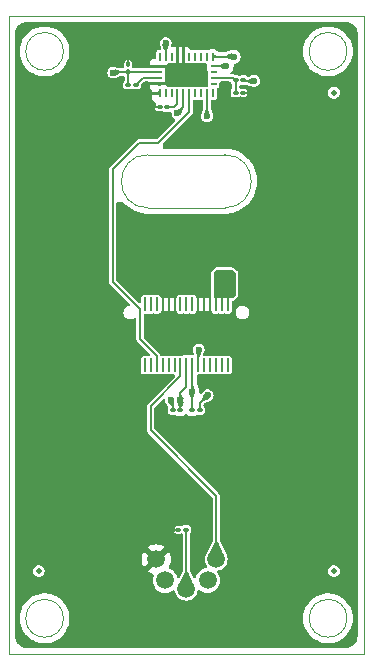
<source format=gbr>
%TF.GenerationSoftware,KiCad,Pcbnew,8.0.4*%
%TF.CreationDate,2024-11-15T13:14:51-06:00*%
%TF.ProjectId,BM_DepthIMU_v2,424d5f44-6570-4746-9849-4d555f76322e,rev?*%
%TF.SameCoordinates,Original*%
%TF.FileFunction,Copper,L1,Top*%
%TF.FilePolarity,Positive*%
%FSLAX46Y46*%
G04 Gerber Fmt 4.6, Leading zero omitted, Abs format (unit mm)*
G04 Created by KiCad (PCBNEW 8.0.4) date 2024-11-15 13:14:51*
%MOMM*%
%LPD*%
G01*
G04 APERTURE LIST*
G04 Aperture macros list*
%AMRoundRect*
0 Rectangle with rounded corners*
0 $1 Rounding radius*
0 $2 $3 $4 $5 $6 $7 $8 $9 X,Y pos of 4 corners*
0 Add a 4 corners polygon primitive as box body*
4,1,4,$2,$3,$4,$5,$6,$7,$8,$9,$2,$3,0*
0 Add four circle primitives for the rounded corners*
1,1,$1+$1,$2,$3*
1,1,$1+$1,$4,$5*
1,1,$1+$1,$6,$7*
1,1,$1+$1,$8,$9*
0 Add four rect primitives between the rounded corners*
20,1,$1+$1,$2,$3,$4,$5,0*
20,1,$1+$1,$4,$5,$6,$7,0*
20,1,$1+$1,$6,$7,$8,$9,0*
20,1,$1+$1,$8,$9,$2,$3,0*%
G04 Aperture macros list end*
%TA.AperFunction,SMDPad,CuDef*%
%ADD10RoundRect,0.100000X0.130000X0.100000X-0.130000X0.100000X-0.130000X-0.100000X0.130000X-0.100000X0*%
%TD*%
%TA.AperFunction,SMDPad,CuDef*%
%ADD11C,0.500000*%
%TD*%
%TA.AperFunction,SMDPad,CuDef*%
%ADD12RoundRect,0.100000X-0.130000X-0.100000X0.130000X-0.100000X0.130000X0.100000X-0.130000X0.100000X0*%
%TD*%
%TA.AperFunction,SMDPad,CuDef*%
%ADD13RoundRect,0.100000X0.100000X-0.130000X0.100000X0.130000X-0.100000X0.130000X-0.100000X-0.130000X0*%
%TD*%
%TA.AperFunction,SMDPad,CuDef*%
%ADD14R,0.250000X0.675000*%
%TD*%
%TA.AperFunction,SMDPad,CuDef*%
%ADD15R,0.575000X0.250000*%
%TD*%
%TA.AperFunction,SMDPad,CuDef*%
%ADD16R,0.250000X1.150000*%
%TD*%
%TA.AperFunction,SMDPad,CuDef*%
%ADD17R,1.400000X2.100000*%
%TD*%
%TA.AperFunction,ComponentPad*%
%ADD18C,1.500000*%
%TD*%
%TA.AperFunction,ViaPad*%
%ADD19C,0.600000*%
%TD*%
%TA.AperFunction,Conductor*%
%ADD20C,0.200000*%
%TD*%
%TA.AperFunction,Profile*%
%ADD21C,0.050000*%
%TD*%
G04 APERTURE END LIST*
D10*
%TO.P,C3,1*%
%TO.N,+3.3V*%
X150065000Y-112000000D03*
%TO.P,C3,2*%
%TO.N,GND*%
X149425000Y-112000000D03*
%TD*%
D11*
%TO.P,FD3,*%
%TO.N,*%
X162590000Y-75000000D03*
%TD*%
D10*
%TO.P,R4,1*%
%TO.N,+3.3V*%
X154910000Y-73937500D03*
%TO.P,R4,2*%
%TO.N,Net-(U1-SA0{slash}H_MOSI)*%
X154270000Y-73937500D03*
%TD*%
D12*
%TO.P,R3,1*%
%TO.N,+3.3V*%
X148950000Y-101850000D03*
%TO.P,R3,2*%
%TO.N,SLC*%
X149590000Y-101850000D03*
%TD*%
%TO.P,R1,1*%
%TO.N,+3.3V*%
X145165073Y-74324490D03*
%TO.P,R1,2*%
%TO.N,Net-(U1-~{BOOT})*%
X145805073Y-74324490D03*
%TD*%
D13*
%TO.P,C2,1*%
%TO.N,+3.3V*%
X145166532Y-73248579D03*
%TO.P,C2,2*%
%TO.N,GND*%
X145166532Y-72608579D03*
%TD*%
D10*
%TO.P,C1,1*%
%TO.N,Net-(U1-CAP)*%
X148465000Y-76250000D03*
%TO.P,C1,2*%
%TO.N,GND*%
X147825000Y-76250000D03*
%TD*%
D14*
%TO.P,U1,1,RESV_NC*%
%TO.N,unconnected-(U1-RESV_NC-Pad1)*%
X147840000Y-71937500D03*
D15*
%TO.P,U1,2,GND*%
%TO.N,GND*%
X147777500Y-72750000D03*
%TO.P,U1,3,VDD*%
%TO.N,+3.3V*%
X147777500Y-73250000D03*
%TO.P,U1,4,~{BOOT}*%
%TO.N,Net-(U1-~{BOOT})*%
X147777500Y-73750000D03*
%TO.P,U1,5,PS1*%
%TO.N,GND*%
X147777500Y-74250000D03*
D14*
%TO.P,U1,6,PS0/WAKE*%
X147840000Y-75062500D03*
%TO.P,U1,7,RESV_NC*%
%TO.N,unconnected-(U1-RESV_NC-Pad7)*%
X148340000Y-75062500D03*
%TO.P,U1,8,RESV_NC*%
%TO.N,unconnected-(U1-RESV_NC-Pad8)*%
X148840000Y-75062500D03*
%TO.P,U1,9,CAP*%
%TO.N,Net-(U1-CAP)*%
X149340000Y-75062500D03*
%TO.P,U1,10,CLKSEL0*%
%TO.N,+3.3V*%
X149840000Y-75062500D03*
%TO.P,U1,11,~{RST}*%
%TO.N,~{IMU_RST}*%
X150340000Y-75062500D03*
%TO.P,U1,12,RESV_NC*%
%TO.N,unconnected-(U1-RESV_NC-Pad12)*%
X150840000Y-75062500D03*
%TO.P,U1,13,RESV_NC*%
%TO.N,unconnected-(U1-RESV_NC-Pad13)*%
X151340000Y-75062500D03*
%TO.P,U1,14,~{H_INT}*%
%TO.N,~{IMU_INT}*%
X151840000Y-75062500D03*
%TO.P,U1,15,ENV_SCL*%
%TO.N,unconnected-(U1-ENV_SCL-Pad15)*%
X152340000Y-75062500D03*
D15*
%TO.P,U1,16,ENV_SDA*%
%TO.N,unconnected-(U1-ENV_SDA-Pad16)*%
X152402500Y-74250000D03*
%TO.P,U1,17,SA0/H_MOSI*%
%TO.N,Net-(U1-SA0{slash}H_MOSI)*%
X152402500Y-73750000D03*
%TO.P,U1,18,~{H_CS}*%
%TO.N,unconnected-(U1-~{H_CS}-Pad18)*%
X152402500Y-73250000D03*
%TO.P,U1,19,H_SCL/SCK/RX*%
%TO.N,SLC*%
X152402500Y-72750000D03*
D14*
%TO.P,U1,20,H_SDA/H_MISO/TX*%
%TO.N,SDA*%
X152340000Y-71937500D03*
%TO.P,U1,21,RESV_NC*%
%TO.N,unconnected-(U1-RESV_NC-Pad21)*%
X151840000Y-71937500D03*
%TO.P,U1,22,RESV_NC*%
%TO.N,unconnected-(U1-RESV_NC-Pad22)*%
X151340000Y-71937500D03*
%TO.P,U1,23,RESV_NC*%
%TO.N,unconnected-(U1-RESV_NC-Pad23)*%
X150840000Y-71937500D03*
%TO.P,U1,24,RESV_NC*%
%TO.N,unconnected-(U1-RESV_NC-Pad24)*%
X150340000Y-71937500D03*
%TO.P,U1,25,GNDIO*%
%TO.N,GND*%
X149840000Y-71937500D03*
%TO.P,U1,26,XOUT32/CLKSEL1*%
X149340000Y-71937500D03*
%TO.P,U1,27,XIN32*%
%TO.N,unconnected-(U1-XIN32-Pad27)*%
X148840000Y-71937500D03*
%TO.P,U1,28,VDDIO*%
%TO.N,+3.3V*%
X148340000Y-71937500D03*
%TD*%
D16*
%TO.P,J1,1,1*%
%TO.N,+3.3V*%
X153590000Y-92925000D03*
%TO.P,J1,2,2*%
%TO.N,unconnected-(J1-Pad2)*%
X153590000Y-98075000D03*
%TO.P,J1,3,3*%
%TO.N,+3.3V*%
X153090000Y-92925000D03*
%TO.P,J1,4,4*%
%TO.N,unconnected-(J1-Pad4)*%
X153090000Y-98075000D03*
%TO.P,J1,5,5*%
%TO.N,+3.3V*%
X152590000Y-92925000D03*
%TO.P,J1,6,6*%
%TO.N,unconnected-(J1-Pad6)*%
X152590000Y-98075000D03*
%TO.P,J1,7,7*%
%TO.N,GND*%
X152090000Y-92925000D03*
%TO.P,J1,8,8*%
%TO.N,unconnected-(J1-Pad8)*%
X152090000Y-98075000D03*
%TO.P,J1,9,9*%
%TO.N,GND*%
X151590000Y-92925000D03*
%TO.P,J1,10,10*%
%TO.N,unconnected-(J1-Pad10)*%
X151590000Y-98075000D03*
%TO.P,J1,11,11*%
%TO.N,GND*%
X151090000Y-92925000D03*
%TO.P,J1,12,12*%
%TO.N,~{IMU_INT}*%
X151090000Y-98075000D03*
%TO.P,J1,13,13*%
%TO.N,unconnected-(J1-Pad13)*%
X150590000Y-92925000D03*
%TO.P,J1,14,14*%
%TO.N,SDA*%
X150590000Y-98075000D03*
%TO.P,J1,15,15*%
%TO.N,unconnected-(J1-Pad15)*%
X150090000Y-92925000D03*
%TO.P,J1,16,16*%
%TO.N,SLC*%
X150090000Y-98075000D03*
%TO.P,J1,17,17*%
%TO.N,unconnected-(J1-Pad17)*%
X149590000Y-92925000D03*
%TO.P,J1,18,18*%
%TO.N,EOC*%
X149590000Y-98075000D03*
%TO.P,J1,19,19*%
%TO.N,GND*%
X149090000Y-92925000D03*
%TO.P,J1,20,20*%
%TO.N,unconnected-(J1-Pad20)*%
X149090000Y-98075000D03*
%TO.P,J1,21,21*%
%TO.N,GND*%
X148590000Y-92925000D03*
%TO.P,J1,22,22*%
%TO.N,unconnected-(J1-Pad22)*%
X148590000Y-98075000D03*
%TO.P,J1,23,23*%
%TO.N,GND*%
X148090000Y-92925000D03*
%TO.P,J1,24,24*%
%TO.N,unconnected-(J1-Pad24)*%
X148090000Y-98075000D03*
%TO.P,J1,25,25*%
%TO.N,unconnected-(J1-Pad25)*%
X147590000Y-92925000D03*
%TO.P,J1,26,26*%
%TO.N,~{IMU_RST}*%
X147590000Y-98075000D03*
%TO.P,J1,27,27*%
%TO.N,unconnected-(J1-Pad27)*%
X147090000Y-92925000D03*
%TO.P,J1,28,28*%
%TO.N,unconnected-(J1-Pad28)*%
X147090000Y-98075000D03*
%TO.P,J1,29,29*%
%TO.N,unconnected-(J1-Pad29)*%
X146590000Y-92925000D03*
%TO.P,J1,30,30*%
%TO.N,unconnected-(J1-Pad30)*%
X146590000Y-98075000D03*
D17*
%TO.P,J1,MP1,MP1*%
%TO.N,GND*%
X155840000Y-95500000D03*
%TO.P,J1,MP2,MP2*%
X144340000Y-95500000D03*
%TD*%
D11*
%TO.P,FD1,*%
%TO.N,*%
X137590000Y-115500000D03*
%TD*%
D10*
%TO.P,R2,1*%
%TO.N,+3.3V*%
X151210000Y-101850000D03*
%TO.P,R2,2*%
%TO.N,SDA*%
X150570000Y-101850000D03*
%TD*%
D11*
%TO.P,FD2,*%
%TO.N,*%
X162590000Y-115500000D03*
%TD*%
D12*
%TO.P,R5,1*%
%TO.N,Net-(U1-SA0{slash}H_MOSI)*%
X154270000Y-75000000D03*
%TO.P,R5,2*%
%TO.N,GND*%
X154910000Y-75000000D03*
%TD*%
D18*
%TO.P,U2,1,EOC*%
%TO.N,EOC*%
X152630000Y-114500000D03*
%TO.P,U2,2,SDA*%
%TO.N,SDA*%
X151885000Y-116295000D03*
%TO.P,U2,3,SUP*%
%TO.N,+3.3V*%
X150090000Y-117040000D03*
%TO.P,U2,4,SCL*%
%TO.N,SLC*%
X148295000Y-116295000D03*
%TO.P,U2,5,GND*%
%TO.N,GND*%
X147550000Y-114500000D03*
%TD*%
D19*
%TO.N,GND*%
X142590000Y-89750000D03*
X145090000Y-85750000D03*
X148090000Y-86250000D03*
X151340000Y-86250000D03*
X155590000Y-85500000D03*
X156840000Y-82250000D03*
X154840000Y-79250000D03*
X146390000Y-102050000D03*
X153590000Y-95500000D03*
X141540000Y-119500000D03*
X159590000Y-73500000D03*
X159090000Y-95500000D03*
X159590000Y-117000000D03*
X158590000Y-119500000D03*
X152090000Y-94250000D03*
X148840000Y-73500000D03*
X147840000Y-95250000D03*
X159090000Y-88000000D03*
X141090000Y-94500000D03*
X159090000Y-94500000D03*
X146590000Y-72200000D03*
X141090000Y-96500000D03*
X140590000Y-74000000D03*
X151290000Y-73476471D03*
X146340000Y-88250000D03*
X151790000Y-90500000D03*
X159090000Y-96500000D03*
X148990000Y-90500000D03*
X142440000Y-105150000D03*
X149590000Y-70750000D03*
X148590000Y-112000000D03*
X141590000Y-71500000D03*
X148190000Y-90500000D03*
X141090000Y-95500000D03*
X151040000Y-90500000D03*
X159940000Y-105300000D03*
X140590000Y-117000000D03*
X141340000Y-86250000D03*
X158590000Y-71500000D03*
X138090000Y-75000000D03*
X160840000Y-81500000D03*
X150090000Y-72850000D03*
X158340000Y-111250000D03*
X150090000Y-74150000D03*
X141340000Y-82250000D03*
X143090000Y-79000000D03*
X145190000Y-71450000D03*
X155040000Y-76300000D03*
X145640000Y-112300000D03*
X146840000Y-76250000D03*
X154640000Y-101750000D03*
X151590000Y-79000000D03*
%TO.N,+3.3V*%
X155840000Y-74000000D03*
X148789997Y-101050000D03*
X153590000Y-90500000D03*
X148340000Y-70800000D03*
X143905667Y-73289626D03*
X151886321Y-100620210D03*
X152840000Y-90500000D03*
X149340000Y-76750000D03*
%TO.N,SDA*%
X154090000Y-71950000D03*
X150590000Y-100300000D03*
%TO.N,SLC*%
X149590000Y-101050000D03*
X153490000Y-72750000D03*
%TO.N,~{IMU_INT}*%
X151140000Y-96750000D03*
X151840000Y-77000000D03*
%TD*%
D20*
%TO.N,+3.3V*%
X155840000Y-74000000D02*
X154972500Y-74000000D01*
X154972500Y-74000000D02*
X154910000Y-73937500D01*
%TO.N,~{IMU_RST}*%
X147590000Y-97275000D02*
X147590000Y-98075000D01*
X146165000Y-95850000D02*
X147590000Y-97275000D01*
X146165000Y-93325000D02*
X146165000Y-95850000D01*
X143840000Y-91000000D02*
X146165000Y-93325000D01*
X143840000Y-81465825D02*
X143840000Y-91000000D01*
X146055825Y-79250000D02*
X143840000Y-81465825D01*
X147688529Y-79250000D02*
X146055825Y-79250000D01*
X150340000Y-76598529D02*
X147688529Y-79250000D01*
X150340000Y-75062500D02*
X150340000Y-76598529D01*
%TO.N,~{IMU_INT}*%
X151840000Y-75062500D02*
X151840000Y-77000000D01*
X151115000Y-96775000D02*
X151115000Y-98075000D01*
X151140000Y-96750000D02*
X151115000Y-96775000D01*
%TO.N,Net-(U1-CAP)*%
X149340000Y-75915000D02*
X149005000Y-76250000D01*
X149340000Y-75915000D02*
X149340000Y-75062500D01*
X149005000Y-76250000D02*
X148465000Y-76250000D01*
%TO.N,GND*%
X152090000Y-92925000D02*
X152090000Y-92250000D01*
X147825000Y-76250000D02*
X147190000Y-76250000D01*
X154910000Y-75000000D02*
X155540000Y-75000000D01*
X145166532Y-72608579D02*
X145166532Y-71473468D01*
X152090000Y-92250000D02*
X152040000Y-92200000D01*
X149425000Y-112000000D02*
X148890000Y-112000000D01*
X145166532Y-71473468D02*
X145190000Y-71450000D01*
%TO.N,+3.3V*%
X150090000Y-112025000D02*
X150065000Y-112000000D01*
X151210000Y-101850000D02*
X151210000Y-101296531D01*
X145165073Y-73250038D02*
X145166532Y-73248579D01*
X146690808Y-73247283D02*
X146693525Y-73250000D01*
X151210000Y-101296531D02*
X151886321Y-100620210D01*
X146693525Y-73250000D02*
X147777500Y-73250000D01*
X148950000Y-101210003D02*
X148789997Y-101050000D01*
X149840000Y-76250000D02*
X149340000Y-76750000D01*
X150090000Y-117040000D02*
X150090000Y-112025000D01*
X143948010Y-73247283D02*
X143905667Y-73289626D01*
X145165073Y-74324490D02*
X145165073Y-73250038D01*
X149840000Y-75062500D02*
X149840000Y-76250000D01*
X146690808Y-73247283D02*
X145167828Y-73247283D01*
X143946714Y-73248579D02*
X143905667Y-73289626D01*
X148950000Y-101850000D02*
X148950000Y-101210003D01*
X145167828Y-73247283D02*
X145166532Y-73248579D01*
X148340000Y-70800000D02*
X148340000Y-71937500D01*
X145166532Y-73248579D02*
X143946714Y-73248579D01*
%TO.N,SDA*%
X150570000Y-101850000D02*
X150570000Y-100320000D01*
X150570000Y-100320000D02*
X150590000Y-100300000D01*
X150590000Y-98075000D02*
X150590000Y-100300000D01*
X152340000Y-71937500D02*
X154077500Y-71937500D01*
X154077500Y-71937500D02*
X154090000Y-71950000D01*
%TO.N,Net-(U1-~{BOOT})*%
X146379563Y-73750000D02*
X145805073Y-74324490D01*
X147777500Y-73750000D02*
X146379563Y-73750000D01*
%TO.N,SLC*%
X149590000Y-100451471D02*
X149590000Y-101050000D01*
X152402500Y-72750000D02*
X153490000Y-72750000D01*
X150090000Y-98075000D02*
X150090000Y-99951471D01*
X150090000Y-99951471D02*
X149590000Y-100451471D01*
X149590000Y-101050000D02*
X149590000Y-101850000D01*
%TO.N,EOC*%
X149565000Y-99025000D02*
X149565000Y-98075000D01*
X152630000Y-114500000D02*
X152630000Y-109138529D01*
X147090000Y-101500000D02*
X149565000Y-99025000D01*
X152630000Y-109138529D02*
X147090000Y-103598529D01*
X147090000Y-103598529D02*
X147090000Y-101500000D01*
%TO.N,Net-(U1-SA0{slash}H_MOSI)*%
X154082500Y-73750000D02*
X154270000Y-73937500D01*
X152402500Y-73750000D02*
X154082500Y-73750000D01*
X154270000Y-73937500D02*
X154270000Y-75000000D01*
%TD*%
%TA.AperFunction,Conductor*%
%TO.N,+3.3V*%
G36*
X154012145Y-90019685D02*
G01*
X154024480Y-90028733D01*
X154245384Y-90212820D01*
X154284282Y-90270858D01*
X154290000Y-90308078D01*
X154290000Y-92098638D01*
X154270315Y-92165677D01*
X154253681Y-92186319D01*
X154076319Y-92363681D01*
X154014996Y-92397166D01*
X153988638Y-92400000D01*
X152531138Y-92400000D01*
X152464099Y-92380315D01*
X152418344Y-92327511D01*
X152409520Y-92300190D01*
X152403866Y-92271766D01*
X152399940Y-92262288D01*
X152390500Y-92214833D01*
X152390500Y-92206145D01*
X152390000Y-92198515D01*
X152390000Y-90301362D01*
X152409685Y-90234323D01*
X152426319Y-90213681D01*
X152603681Y-90036319D01*
X152665004Y-90002834D01*
X152691362Y-90000000D01*
X153945106Y-90000000D01*
X154012145Y-90019685D01*
G37*
%TD.AperFunction*%
%TD*%
%TA.AperFunction,Conductor*%
%TO.N,GND*%
G36*
X151635899Y-72463694D02*
G01*
X151636769Y-72463867D01*
X151695252Y-72475500D01*
X151695257Y-72475500D01*
X151701312Y-72476097D01*
X151701065Y-72478602D01*
X151757539Y-72495185D01*
X151803294Y-72547989D01*
X151814500Y-72599500D01*
X151814500Y-72919856D01*
X151814502Y-72919882D01*
X151817413Y-72944987D01*
X151817415Y-72944991D01*
X151862793Y-73047764D01*
X151878181Y-73063152D01*
X151911666Y-73124475D01*
X151914500Y-73150833D01*
X151914500Y-73394752D01*
X151928515Y-73465209D01*
X151927239Y-73465462D01*
X151933317Y-73522023D01*
X151926303Y-73545910D01*
X151914500Y-73605247D01*
X151914500Y-73894752D01*
X151928515Y-73965209D01*
X151927239Y-73965462D01*
X151933317Y-74022023D01*
X151926303Y-74045910D01*
X151914500Y-74105247D01*
X151914500Y-74400500D01*
X151894815Y-74467539D01*
X151842011Y-74513294D01*
X151790500Y-74524500D01*
X151695249Y-74524500D01*
X151624791Y-74538515D01*
X151624537Y-74537239D01*
X151567977Y-74543317D01*
X151544089Y-74536303D01*
X151484751Y-74524500D01*
X151484748Y-74524500D01*
X151195252Y-74524500D01*
X151195249Y-74524500D01*
X151124791Y-74538515D01*
X151124537Y-74537239D01*
X151067977Y-74543317D01*
X151044089Y-74536303D01*
X150984751Y-74524500D01*
X150984748Y-74524500D01*
X150695252Y-74524500D01*
X150695249Y-74524500D01*
X150624791Y-74538515D01*
X150624537Y-74537239D01*
X150567977Y-74543317D01*
X150544089Y-74536303D01*
X150484751Y-74524500D01*
X150484748Y-74524500D01*
X150195252Y-74524500D01*
X150195249Y-74524500D01*
X150124791Y-74538515D01*
X150124537Y-74537239D01*
X150067977Y-74543317D01*
X150044089Y-74536303D01*
X149984751Y-74524500D01*
X149984748Y-74524500D01*
X149695252Y-74524500D01*
X149695249Y-74524500D01*
X149624791Y-74538515D01*
X149624537Y-74537239D01*
X149567977Y-74543317D01*
X149544089Y-74536303D01*
X149484751Y-74524500D01*
X149484748Y-74524500D01*
X149195252Y-74524500D01*
X149195249Y-74524500D01*
X149124791Y-74538515D01*
X149124537Y-74537239D01*
X149067977Y-74543317D01*
X149044089Y-74536303D01*
X148984751Y-74524500D01*
X148984748Y-74524500D01*
X148695252Y-74524500D01*
X148689160Y-74524500D01*
X148689160Y-74521753D01*
X148631990Y-74510633D01*
X148620877Y-74500000D01*
X150540000Y-74500000D01*
X150540000Y-72500000D01*
X150435268Y-72500000D01*
X150459076Y-72482178D01*
X150478953Y-72477588D01*
X150478774Y-72476689D01*
X150555210Y-72461485D01*
X150555464Y-72462762D01*
X150612009Y-72456680D01*
X150635899Y-72463694D01*
X150695247Y-72475499D01*
X150695250Y-72475500D01*
X150695252Y-72475500D01*
X150984750Y-72475500D01*
X150984751Y-72475499D01*
X150999485Y-72472568D01*
X151055210Y-72461485D01*
X151055464Y-72462762D01*
X151112009Y-72456680D01*
X151135899Y-72463694D01*
X151195247Y-72475499D01*
X151195250Y-72475500D01*
X151195252Y-72475500D01*
X151484750Y-72475500D01*
X151484751Y-72475499D01*
X151499485Y-72472568D01*
X151555210Y-72461485D01*
X151555464Y-72462762D01*
X151612009Y-72456680D01*
X151635899Y-72463694D01*
G37*
%TD.AperFunction*%
%TA.AperFunction,Conductor*%
G36*
X148290000Y-73654730D02*
G01*
X148272178Y-73630922D01*
X148267587Y-73611047D01*
X148266689Y-73611226D01*
X148251485Y-73534790D01*
X148252762Y-73534535D01*
X148246680Y-73477991D01*
X148253694Y-73454100D01*
X148266689Y-73388774D01*
X148269408Y-73389314D01*
X148290000Y-73338120D01*
X148290000Y-73654730D01*
G37*
%TD.AperFunction*%
%TA.AperFunction,Conductor*%
G36*
X148726654Y-72500000D02*
G01*
X148643101Y-72500000D01*
X148706647Y-72490863D01*
X148726654Y-72500000D01*
G37*
%TD.AperFunction*%
%TA.AperFunction,Conductor*%
G36*
X163601137Y-69001096D02*
G01*
X163772941Y-69018018D01*
X163796769Y-69022757D01*
X163961001Y-69072576D01*
X163983453Y-69081877D01*
X164134798Y-69162772D01*
X164155010Y-69176277D01*
X164287666Y-69285145D01*
X164304854Y-69302333D01*
X164413722Y-69434989D01*
X164427227Y-69455201D01*
X164508121Y-69606543D01*
X164517424Y-69629001D01*
X164567240Y-69793224D01*
X164571982Y-69817064D01*
X164586663Y-69966123D01*
X164588903Y-69988860D01*
X164589500Y-70001015D01*
X164589500Y-120998983D01*
X164588903Y-121011137D01*
X164571982Y-121182934D01*
X164567240Y-121206775D01*
X164517424Y-121370998D01*
X164508121Y-121393456D01*
X164427227Y-121544798D01*
X164413722Y-121565010D01*
X164304854Y-121697666D01*
X164287666Y-121714854D01*
X164155010Y-121823722D01*
X164134798Y-121837227D01*
X163983456Y-121918121D01*
X163960998Y-121927424D01*
X163796775Y-121977240D01*
X163772935Y-121981982D01*
X163667046Y-121992411D01*
X163601136Y-121998903D01*
X163588984Y-121999500D01*
X136591016Y-121999500D01*
X136578862Y-121998903D01*
X136407065Y-121981982D01*
X136383224Y-121977240D01*
X136219001Y-121927424D01*
X136196543Y-121918121D01*
X136045201Y-121837227D01*
X136024989Y-121823722D01*
X135892333Y-121714854D01*
X135875145Y-121697666D01*
X135766277Y-121565010D01*
X135752772Y-121544798D01*
X135671878Y-121393456D01*
X135662575Y-121370998D01*
X135662080Y-121369365D01*
X135612757Y-121206769D01*
X135608018Y-121182941D01*
X135591097Y-121011137D01*
X135590500Y-120998983D01*
X135590500Y-119500000D01*
X135984592Y-119500000D01*
X136004201Y-119786680D01*
X136062666Y-120068034D01*
X136062667Y-120068037D01*
X136158894Y-120338793D01*
X136158893Y-120338793D01*
X136291098Y-120593935D01*
X136456812Y-120828700D01*
X136541923Y-120919831D01*
X136652947Y-121038708D01*
X136830225Y-121182934D01*
X136875853Y-121220055D01*
X137121382Y-121369365D01*
X137308237Y-121450526D01*
X137384942Y-121483844D01*
X137661642Y-121561371D01*
X137911920Y-121595771D01*
X137946321Y-121600500D01*
X137946322Y-121600500D01*
X138233679Y-121600500D01*
X138264370Y-121596281D01*
X138518358Y-121561371D01*
X138795058Y-121483844D01*
X139003153Y-121393456D01*
X139058617Y-121369365D01*
X139058620Y-121369363D01*
X139058625Y-121369361D01*
X139304147Y-121220055D01*
X139527053Y-121038708D01*
X139723189Y-120828698D01*
X139888901Y-120593936D01*
X140021104Y-120338797D01*
X140117334Y-120068032D01*
X140175798Y-119786686D01*
X140195408Y-119500000D01*
X159984592Y-119500000D01*
X160004201Y-119786680D01*
X160062666Y-120068034D01*
X160062667Y-120068037D01*
X160158894Y-120338793D01*
X160158893Y-120338793D01*
X160291098Y-120593935D01*
X160456812Y-120828700D01*
X160541923Y-120919831D01*
X160652947Y-121038708D01*
X160830225Y-121182934D01*
X160875853Y-121220055D01*
X161121382Y-121369365D01*
X161308237Y-121450526D01*
X161384942Y-121483844D01*
X161661642Y-121561371D01*
X161911920Y-121595771D01*
X161946321Y-121600500D01*
X161946322Y-121600500D01*
X162233679Y-121600500D01*
X162264370Y-121596281D01*
X162518358Y-121561371D01*
X162795058Y-121483844D01*
X163003153Y-121393456D01*
X163058617Y-121369365D01*
X163058620Y-121369363D01*
X163058625Y-121369361D01*
X163304147Y-121220055D01*
X163527053Y-121038708D01*
X163723189Y-120828698D01*
X163888901Y-120593936D01*
X164021104Y-120338797D01*
X164117334Y-120068032D01*
X164175798Y-119786686D01*
X164195408Y-119500000D01*
X164175798Y-119213314D01*
X164117334Y-118931968D01*
X164021105Y-118661206D01*
X164021106Y-118661206D01*
X163888901Y-118406064D01*
X163723187Y-118171299D01*
X163644554Y-118087105D01*
X163527053Y-117961292D01*
X163304147Y-117779945D01*
X163304146Y-117779944D01*
X163058617Y-117630634D01*
X162795063Y-117516158D01*
X162795061Y-117516157D01*
X162795058Y-117516156D01*
X162665578Y-117479877D01*
X162518364Y-117438630D01*
X162518359Y-117438629D01*
X162518358Y-117438629D01*
X162376018Y-117419064D01*
X162233679Y-117399500D01*
X162233678Y-117399500D01*
X161946322Y-117399500D01*
X161946321Y-117399500D01*
X161661642Y-117438629D01*
X161661635Y-117438630D01*
X161453861Y-117496845D01*
X161384942Y-117516156D01*
X161384939Y-117516156D01*
X161384936Y-117516158D01*
X161384935Y-117516158D01*
X161121382Y-117630634D01*
X160875853Y-117779944D01*
X160652950Y-117961289D01*
X160456812Y-118171299D01*
X160291098Y-118406064D01*
X160158894Y-118661206D01*
X160062667Y-118931962D01*
X160062666Y-118931965D01*
X160004201Y-119213319D01*
X159984592Y-119500000D01*
X140195408Y-119500000D01*
X140175798Y-119213314D01*
X140117334Y-118931968D01*
X140021105Y-118661206D01*
X140021106Y-118661206D01*
X139888901Y-118406064D01*
X139723187Y-118171299D01*
X139644554Y-118087105D01*
X139527053Y-117961292D01*
X139304147Y-117779945D01*
X139304146Y-117779944D01*
X139058617Y-117630634D01*
X138795063Y-117516158D01*
X138795061Y-117516157D01*
X138795058Y-117516156D01*
X138665578Y-117479877D01*
X138518364Y-117438630D01*
X138518359Y-117438629D01*
X138518358Y-117438629D01*
X138376018Y-117419064D01*
X138233679Y-117399500D01*
X138233678Y-117399500D01*
X137946322Y-117399500D01*
X137946321Y-117399500D01*
X137661642Y-117438629D01*
X137661635Y-117438630D01*
X137453861Y-117496845D01*
X137384942Y-117516156D01*
X137384939Y-117516156D01*
X137384936Y-117516158D01*
X137384935Y-117516158D01*
X137121382Y-117630634D01*
X136875853Y-117779944D01*
X136652950Y-117961289D01*
X136456812Y-118171299D01*
X136291098Y-118406064D01*
X136158894Y-118661206D01*
X136062667Y-118931962D01*
X136062666Y-118931965D01*
X136004201Y-119213319D01*
X135984592Y-119500000D01*
X135590500Y-119500000D01*
X135590500Y-115500000D01*
X137084353Y-115500000D01*
X137104834Y-115642456D01*
X137135019Y-115708550D01*
X137164623Y-115773373D01*
X137258872Y-115882143D01*
X137379947Y-115959953D01*
X137379950Y-115959954D01*
X137379949Y-115959954D01*
X137518036Y-116000499D01*
X137518038Y-116000500D01*
X137518039Y-116000500D01*
X137661962Y-116000500D01*
X137661962Y-116000499D01*
X137800053Y-115959953D01*
X137921128Y-115882143D01*
X138015377Y-115773373D01*
X138075165Y-115642457D01*
X138095647Y-115500000D01*
X138075165Y-115357543D01*
X138015377Y-115226627D01*
X137921128Y-115117857D01*
X137800053Y-115040047D01*
X137800051Y-115040046D01*
X137800049Y-115040045D01*
X137800050Y-115040045D01*
X137661963Y-114999500D01*
X137661961Y-114999500D01*
X137518039Y-114999500D01*
X137518036Y-114999500D01*
X137379949Y-115040045D01*
X137258873Y-115117856D01*
X137164623Y-115226626D01*
X137164622Y-115226628D01*
X137104834Y-115357543D01*
X137084353Y-115500000D01*
X135590500Y-115500000D01*
X135590500Y-114499999D01*
X146295225Y-114499999D01*
X146295225Y-114500000D01*
X146314287Y-114717884D01*
X146314289Y-114717894D01*
X146370894Y-114929150D01*
X146370898Y-114929159D01*
X146463333Y-115127387D01*
X146506874Y-115189571D01*
X147196446Y-114500000D01*
X146506874Y-113810428D01*
X146463333Y-113872613D01*
X146370898Y-114070840D01*
X146370894Y-114070849D01*
X146314289Y-114282105D01*
X146314287Y-114282115D01*
X146295225Y-114499999D01*
X135590500Y-114499999D01*
X135590500Y-113456874D01*
X146860428Y-113456874D01*
X147550000Y-114146446D01*
X147550001Y-114146446D01*
X148239571Y-113456874D01*
X148177387Y-113413333D01*
X147979159Y-113320898D01*
X147979150Y-113320894D01*
X147767894Y-113264289D01*
X147767884Y-113264287D01*
X147550001Y-113245225D01*
X147549999Y-113245225D01*
X147332115Y-113264287D01*
X147332105Y-113264289D01*
X147120849Y-113320894D01*
X147120840Y-113320898D01*
X146922613Y-113413333D01*
X146860428Y-113456874D01*
X135590500Y-113456874D01*
X135590500Y-71500000D01*
X135984592Y-71500000D01*
X136004201Y-71786680D01*
X136004201Y-71786684D01*
X136004202Y-71786686D01*
X136005564Y-71793238D01*
X136062666Y-72068034D01*
X136062667Y-72068037D01*
X136158894Y-72338793D01*
X136158893Y-72338793D01*
X136291098Y-72593935D01*
X136456812Y-72828700D01*
X136500054Y-72875000D01*
X136652947Y-73038708D01*
X136875853Y-73220055D01*
X137064943Y-73335044D01*
X137121382Y-73369365D01*
X137305874Y-73449500D01*
X137384942Y-73483844D01*
X137661642Y-73561371D01*
X137911920Y-73595771D01*
X137946321Y-73600500D01*
X137946322Y-73600500D01*
X138233679Y-73600500D01*
X138264370Y-73596281D01*
X138518358Y-73561371D01*
X138795058Y-73483844D01*
X138919446Y-73429815D01*
X139058617Y-73369365D01*
X139058620Y-73369363D01*
X139058625Y-73369361D01*
X139189743Y-73289626D01*
X143400020Y-73289626D01*
X143420501Y-73432082D01*
X143480289Y-73562997D01*
X143480290Y-73562999D01*
X143574539Y-73671769D01*
X143695614Y-73749579D01*
X143695617Y-73749580D01*
X143695616Y-73749580D01*
X143833703Y-73790125D01*
X143833705Y-73790126D01*
X143833706Y-73790126D01*
X143977628Y-73790126D01*
X144115720Y-73749579D01*
X144115722Y-73749577D01*
X144121510Y-73746933D01*
X144125813Y-73744580D01*
X144513001Y-73567468D01*
X144528634Y-73560317D01*
X144580215Y-73549079D01*
X144740573Y-73549079D01*
X144807612Y-73568764D01*
X144853367Y-73621568D01*
X144864573Y-73673079D01*
X144864573Y-73918656D01*
X144844888Y-73985695D01*
X144828255Y-74006336D01*
X144782867Y-74051724D01*
X144737488Y-74154496D01*
X144737488Y-74154498D01*
X144734573Y-74179621D01*
X144734573Y-74469346D01*
X144734575Y-74469372D01*
X144737486Y-74494477D01*
X144737488Y-74494481D01*
X144782866Y-74597254D01*
X144782867Y-74597255D01*
X144862308Y-74676696D01*
X144965082Y-74722075D01*
X144990208Y-74724990D01*
X145339937Y-74724989D01*
X145339952Y-74724987D01*
X145339955Y-74724987D01*
X145365060Y-74722076D01*
X145365060Y-74722075D01*
X145365064Y-74722075D01*
X145434988Y-74691200D01*
X145504263Y-74682129D01*
X145535158Y-74691200D01*
X145605082Y-74722075D01*
X145630208Y-74724990D01*
X145979937Y-74724989D01*
X145979952Y-74724987D01*
X145979955Y-74724987D01*
X146005060Y-74722076D01*
X146005061Y-74722075D01*
X146005064Y-74722075D01*
X146107838Y-74676696D01*
X146187279Y-74597255D01*
X146232658Y-74494481D01*
X146235573Y-74469355D01*
X146235572Y-74370321D01*
X146255256Y-74303284D01*
X146271882Y-74282650D01*
X146467716Y-74086816D01*
X146529039Y-74053334D01*
X146555396Y-74050500D01*
X146866000Y-74050500D01*
X146933039Y-74070185D01*
X146951208Y-74091153D01*
X146953681Y-74088681D01*
X146990000Y-74125000D01*
X148290000Y-74125000D01*
X148290000Y-74350000D01*
X148331667Y-74375000D01*
X147955590Y-74375000D01*
X147914996Y-74397166D01*
X147888638Y-74400000D01*
X147728862Y-74400000D01*
X147661823Y-74380315D01*
X147655227Y-74375000D01*
X146990000Y-74375000D01*
X146990000Y-74422844D01*
X146996401Y-74482372D01*
X146996403Y-74482379D01*
X147046645Y-74617086D01*
X147046647Y-74617088D01*
X147132809Y-74732186D01*
X147132808Y-74732186D01*
X147165310Y-74756516D01*
X147207181Y-74812450D01*
X147215000Y-74855784D01*
X147215000Y-74937500D01*
X147715000Y-74937500D01*
X147715000Y-74874000D01*
X147734685Y-74806961D01*
X147787489Y-74761206D01*
X147839000Y-74750000D01*
X147841000Y-74750000D01*
X147908039Y-74769685D01*
X147953794Y-74822489D01*
X147965000Y-74874000D01*
X147965000Y-75063500D01*
X147945315Y-75130539D01*
X147892511Y-75176294D01*
X147841000Y-75187500D01*
X147215000Y-75187500D01*
X147215000Y-75447844D01*
X147221401Y-75507372D01*
X147221403Y-75507379D01*
X147271645Y-75642086D01*
X147271649Y-75642093D01*
X147357809Y-75757187D01*
X147357812Y-75757190D01*
X147480011Y-75848669D01*
X147478386Y-75850839D01*
X147517887Y-75890342D01*
X147532737Y-75958616D01*
X147512156Y-76018656D01*
X147483054Y-76062210D01*
X147483053Y-76062213D01*
X147470000Y-76127835D01*
X147470000Y-76372164D01*
X147483053Y-76437786D01*
X147483055Y-76437790D01*
X147532784Y-76512215D01*
X147607209Y-76561944D01*
X147607213Y-76561946D01*
X147672835Y-76574999D01*
X147672838Y-76575000D01*
X147977161Y-76575000D01*
X148043829Y-76561738D01*
X148113421Y-76567965D01*
X148155703Y-76595674D01*
X148162235Y-76602206D01*
X148265009Y-76647585D01*
X148290135Y-76650500D01*
X148639864Y-76650499D01*
X148639879Y-76650497D01*
X148639882Y-76650497D01*
X148664987Y-76647586D01*
X148673989Y-76645137D01*
X148674661Y-76647609D01*
X148730103Y-76640344D01*
X148793291Y-76670160D01*
X148830329Y-76729405D01*
X148833663Y-76745205D01*
X148854834Y-76892456D01*
X148903948Y-76999999D01*
X148914623Y-77023373D01*
X149008872Y-77132143D01*
X149106218Y-77194703D01*
X149151971Y-77247505D01*
X149161915Y-77316663D01*
X149132891Y-77380219D01*
X149126858Y-77386698D01*
X147600377Y-78913181D01*
X147539054Y-78946666D01*
X147512696Y-78949500D01*
X146016263Y-78949500D01*
X145939835Y-78969978D01*
X145871314Y-79009540D01*
X145871311Y-79009542D01*
X143599541Y-81281312D01*
X143599535Y-81281320D01*
X143559982Y-81349829D01*
X143559979Y-81349834D01*
X143558777Y-81354321D01*
X143539500Y-81426263D01*
X143539500Y-91039562D01*
X143553152Y-91090513D01*
X143559979Y-91115990D01*
X143559982Y-91115995D01*
X143599535Y-91184504D01*
X143599541Y-91184512D01*
X145250616Y-92835587D01*
X145284101Y-92896910D01*
X145279117Y-92966602D01*
X145237245Y-93022535D01*
X145195029Y-93043043D01*
X145171103Y-93049454D01*
X145117865Y-93063719D01*
X145117863Y-93063719D01*
X145117863Y-93063720D01*
X144986635Y-93139485D01*
X144986632Y-93139487D01*
X144879487Y-93246632D01*
X144879485Y-93246635D01*
X144803719Y-93377863D01*
X144783500Y-93453324D01*
X144764500Y-93524234D01*
X144764500Y-93675766D01*
X144774130Y-93711706D01*
X144803719Y-93822136D01*
X144841602Y-93887750D01*
X144879485Y-93953365D01*
X144986635Y-94060515D01*
X145117865Y-94136281D01*
X145264234Y-94175500D01*
X145264236Y-94175500D01*
X145415764Y-94175500D01*
X145415766Y-94175500D01*
X145562135Y-94136281D01*
X145678501Y-94069096D01*
X145746399Y-94052624D01*
X145812426Y-94075476D01*
X145855617Y-94130397D01*
X145864500Y-94176484D01*
X145864500Y-95889562D01*
X145878152Y-95940513D01*
X145884979Y-95965990D01*
X145884982Y-95965995D01*
X145924535Y-96034504D01*
X145924541Y-96034512D01*
X146984960Y-97094931D01*
X147018445Y-97156254D01*
X147013461Y-97225946D01*
X146971589Y-97281879D01*
X146921473Y-97304229D01*
X146874794Y-97313515D01*
X146874540Y-97312238D01*
X146817977Y-97318317D01*
X146794089Y-97311303D01*
X146734751Y-97299500D01*
X146734748Y-97299500D01*
X146445252Y-97299500D01*
X146445247Y-97299500D01*
X146386770Y-97311131D01*
X146386769Y-97311132D01*
X146320447Y-97355447D01*
X146276132Y-97421769D01*
X146276131Y-97421770D01*
X146264500Y-97480247D01*
X146264500Y-98669752D01*
X146276131Y-98728229D01*
X146276132Y-98728230D01*
X146320447Y-98794552D01*
X146386769Y-98838867D01*
X146386770Y-98838868D01*
X146445247Y-98850499D01*
X146445250Y-98850500D01*
X146445252Y-98850500D01*
X146734750Y-98850500D01*
X146734751Y-98850499D01*
X146749485Y-98847568D01*
X146805210Y-98836485D01*
X146805464Y-98837762D01*
X146862009Y-98831680D01*
X146885899Y-98838694D01*
X146945247Y-98850499D01*
X146945250Y-98850500D01*
X146945252Y-98850500D01*
X147234750Y-98850500D01*
X147234751Y-98850499D01*
X147249485Y-98847568D01*
X147305210Y-98836485D01*
X147305464Y-98837762D01*
X147362009Y-98831680D01*
X147385899Y-98838694D01*
X147445247Y-98850499D01*
X147445250Y-98850500D01*
X147445252Y-98850500D01*
X147734750Y-98850500D01*
X147734751Y-98850499D01*
X147749485Y-98847568D01*
X147805210Y-98836485D01*
X147805464Y-98837762D01*
X147862009Y-98831680D01*
X147885899Y-98838694D01*
X147945247Y-98850499D01*
X147945250Y-98850500D01*
X147945252Y-98850500D01*
X148234750Y-98850500D01*
X148234751Y-98850499D01*
X148249485Y-98847568D01*
X148305210Y-98836485D01*
X148305464Y-98837762D01*
X148362009Y-98831680D01*
X148385899Y-98838694D01*
X148445247Y-98850499D01*
X148445250Y-98850500D01*
X148445252Y-98850500D01*
X148734750Y-98850500D01*
X148734751Y-98850499D01*
X148749485Y-98847568D01*
X148805210Y-98836485D01*
X148805464Y-98837762D01*
X148862009Y-98831680D01*
X148885899Y-98838694D01*
X148945247Y-98850499D01*
X148945250Y-98850500D01*
X149015167Y-98850500D01*
X149082206Y-98870185D01*
X149127961Y-98922989D01*
X149137905Y-98992147D01*
X149108880Y-99055703D01*
X149102848Y-99062181D01*
X146849541Y-101315487D01*
X146849535Y-101315495D01*
X146809982Y-101384004D01*
X146809979Y-101384009D01*
X146805719Y-101399909D01*
X146789500Y-101460438D01*
X146789500Y-103638091D01*
X146803152Y-103689042D01*
X146809979Y-103714519D01*
X146809982Y-103714524D01*
X146849535Y-103783033D01*
X146849541Y-103783041D01*
X152293181Y-109226681D01*
X152326666Y-109288004D01*
X152329500Y-109314362D01*
X152329500Y-112913548D01*
X152316904Y-112968002D01*
X151757921Y-114111580D01*
X151755350Y-114117043D01*
X151752344Y-114123680D01*
X151752251Y-114123637D01*
X151747894Y-114133798D01*
X151747603Y-114134500D01*
X151693253Y-114313666D01*
X151693252Y-114313668D01*
X151674901Y-114500000D01*
X151693252Y-114686331D01*
X151693253Y-114686333D01*
X151747604Y-114865502D01*
X151835862Y-115030623D01*
X151835865Y-115030627D01*
X151850902Y-115048949D01*
X151878216Y-115113259D01*
X151866426Y-115182126D01*
X151819274Y-115233687D01*
X151767205Y-115251018D01*
X151679067Y-115259699D01*
X151481043Y-115319769D01*
X151370898Y-115378643D01*
X151298550Y-115417315D01*
X151298548Y-115417316D01*
X151298547Y-115417317D01*
X151138589Y-115548589D01*
X151007317Y-115708547D01*
X150909769Y-115891043D01*
X150878998Y-115992483D01*
X150840700Y-116050922D01*
X150776888Y-116079378D01*
X150707821Y-116068818D01*
X150655427Y-116022594D01*
X150648933Y-116010942D01*
X150403096Y-115508002D01*
X150390500Y-115453548D01*
X150390500Y-112380833D01*
X150410185Y-112313794D01*
X150426819Y-112293152D01*
X150447206Y-112272765D01*
X150492585Y-112169991D01*
X150495500Y-112144865D01*
X150495499Y-111855136D01*
X150495497Y-111855117D01*
X150492586Y-111830012D01*
X150492585Y-111830010D01*
X150492585Y-111830009D01*
X150447206Y-111727235D01*
X150367765Y-111647794D01*
X150367763Y-111647793D01*
X150264992Y-111602415D01*
X150239865Y-111599500D01*
X149890143Y-111599500D01*
X149890117Y-111599502D01*
X149865012Y-111602413D01*
X149865008Y-111602415D01*
X149762234Y-111647793D01*
X149755699Y-111654328D01*
X149694375Y-111687811D01*
X149643829Y-111688261D01*
X149577162Y-111675000D01*
X149272837Y-111675000D01*
X149207213Y-111688053D01*
X149207209Y-111688055D01*
X149132784Y-111737784D01*
X149083055Y-111812209D01*
X149083053Y-111812213D01*
X149070000Y-111877835D01*
X149070000Y-112122164D01*
X149083053Y-112187786D01*
X149083055Y-112187790D01*
X149132784Y-112262215D01*
X149207209Y-112311944D01*
X149207213Y-112311946D01*
X149272835Y-112324999D01*
X149272838Y-112325000D01*
X149577161Y-112325000D01*
X149641308Y-112312240D01*
X149710899Y-112318467D01*
X149766077Y-112361329D01*
X149789322Y-112427219D01*
X149789500Y-112433857D01*
X149789500Y-115453550D01*
X149776903Y-115508004D01*
X149531065Y-116010942D01*
X149483940Y-116062527D01*
X149416407Y-116080445D01*
X149349908Y-116059008D01*
X149305554Y-116005021D01*
X149301006Y-115992497D01*
X149270232Y-115891046D01*
X149172685Y-115708550D01*
X149118443Y-115642456D01*
X149041410Y-115548589D01*
X148923677Y-115451969D01*
X148881450Y-115417315D01*
X148698954Y-115319768D01*
X148698953Y-115319767D01*
X148698948Y-115319765D01*
X148693330Y-115317438D01*
X148693910Y-115316036D01*
X148641725Y-115281832D01*
X148613273Y-115218018D01*
X148623839Y-115148952D01*
X148634598Y-115130342D01*
X148636666Y-115127389D01*
X148636666Y-115127388D01*
X148729101Y-114929159D01*
X148729105Y-114929150D01*
X148785710Y-114717894D01*
X148785712Y-114717884D01*
X148804775Y-114500000D01*
X148804775Y-114499999D01*
X148785712Y-114282115D01*
X148785710Y-114282105D01*
X148729105Y-114070849D01*
X148729101Y-114070840D01*
X148636667Y-113872614D01*
X148636666Y-113872612D01*
X148593124Y-113810428D01*
X148593124Y-113810427D01*
X147844855Y-114558697D01*
X147850000Y-114539496D01*
X147850000Y-114460504D01*
X147829556Y-114384204D01*
X147790060Y-114315795D01*
X147734205Y-114259940D01*
X147665796Y-114220444D01*
X147589496Y-114200000D01*
X147510504Y-114200000D01*
X147434204Y-114220444D01*
X147365795Y-114259940D01*
X147309940Y-114315795D01*
X147270444Y-114384204D01*
X147250000Y-114460504D01*
X147250000Y-114539496D01*
X147270444Y-114615796D01*
X147309940Y-114684205D01*
X147365795Y-114740060D01*
X147434204Y-114779556D01*
X147510504Y-114800000D01*
X147589496Y-114800000D01*
X147608697Y-114794855D01*
X147550000Y-114853553D01*
X146860427Y-115543124D01*
X146922612Y-115586666D01*
X147120840Y-115679101D01*
X147120849Y-115679105D01*
X147243024Y-115711841D01*
X147302684Y-115748205D01*
X147333214Y-115811052D01*
X147324920Y-115880428D01*
X147320294Y-115890061D01*
X147319770Y-115891040D01*
X147319770Y-115891041D01*
X147259699Y-116089067D01*
X147239417Y-116295000D01*
X147259699Y-116500932D01*
X147259700Y-116500934D01*
X147319768Y-116698954D01*
X147417315Y-116881450D01*
X147451969Y-116923677D01*
X147548589Y-117041410D01*
X147622378Y-117101966D01*
X147708550Y-117172685D01*
X147891046Y-117270232D01*
X148089066Y-117330300D01*
X148089065Y-117330300D01*
X148107529Y-117332118D01*
X148295000Y-117350583D01*
X148500934Y-117330300D01*
X148698954Y-117270232D01*
X148881450Y-117172685D01*
X148948708Y-117117487D01*
X149013018Y-117090175D01*
X149081886Y-117101966D01*
X149133446Y-117149118D01*
X149150776Y-117201185D01*
X149153253Y-117226332D01*
X149153253Y-117226333D01*
X149207604Y-117405502D01*
X149295862Y-117570623D01*
X149295864Y-117570626D01*
X149414642Y-117715357D01*
X149559373Y-117834135D01*
X149559376Y-117834137D01*
X149724497Y-117922395D01*
X149724499Y-117922396D01*
X149903666Y-117976746D01*
X149903668Y-117976747D01*
X149920374Y-117978392D01*
X150090000Y-117995099D01*
X150276331Y-117976747D01*
X150455501Y-117922396D01*
X150620625Y-117834136D01*
X150765357Y-117715357D01*
X150884136Y-117570625D01*
X150972396Y-117405501D01*
X151026747Y-117226331D01*
X151029223Y-117201188D01*
X151055382Y-117136402D01*
X151112416Y-117096042D01*
X151182216Y-117092923D01*
X151231290Y-117117487D01*
X151254339Y-117136402D01*
X151298550Y-117172685D01*
X151481046Y-117270232D01*
X151679066Y-117330300D01*
X151679065Y-117330300D01*
X151697529Y-117332118D01*
X151885000Y-117350583D01*
X152090934Y-117330300D01*
X152288954Y-117270232D01*
X152471450Y-117172685D01*
X152631410Y-117041410D01*
X152762685Y-116881450D01*
X152860232Y-116698954D01*
X152920300Y-116500934D01*
X152940583Y-116295000D01*
X152920300Y-116089066D01*
X152860232Y-115891046D01*
X152762685Y-115708550D01*
X152734819Y-115674595D01*
X152707487Y-115641290D01*
X152680175Y-115576980D01*
X152691966Y-115508113D01*
X152699386Y-115500000D01*
X162084353Y-115500000D01*
X162104834Y-115642456D01*
X162135019Y-115708550D01*
X162164623Y-115773373D01*
X162258872Y-115882143D01*
X162379947Y-115959953D01*
X162379950Y-115959954D01*
X162379949Y-115959954D01*
X162518036Y-116000499D01*
X162518038Y-116000500D01*
X162518039Y-116000500D01*
X162661962Y-116000500D01*
X162661962Y-116000499D01*
X162800053Y-115959953D01*
X162921128Y-115882143D01*
X163015377Y-115773373D01*
X163075165Y-115642457D01*
X163095647Y-115500000D01*
X163075165Y-115357543D01*
X163015377Y-115226627D01*
X162921128Y-115117857D01*
X162800053Y-115040047D01*
X162800051Y-115040046D01*
X162800049Y-115040045D01*
X162800050Y-115040045D01*
X162661963Y-114999500D01*
X162661961Y-114999500D01*
X162518039Y-114999500D01*
X162518036Y-114999500D01*
X162379949Y-115040045D01*
X162258873Y-115117856D01*
X162164623Y-115226626D01*
X162164622Y-115226628D01*
X162104834Y-115357543D01*
X162084353Y-115500000D01*
X152699386Y-115500000D01*
X152739119Y-115456553D01*
X152791187Y-115439223D01*
X152816331Y-115436747D01*
X152995501Y-115382396D01*
X153160625Y-115294136D01*
X153305357Y-115175357D01*
X153424136Y-115030625D01*
X153512396Y-114865501D01*
X153566747Y-114686331D01*
X153585099Y-114500000D01*
X153566747Y-114313669D01*
X153512396Y-114134499D01*
X153510441Y-114130843D01*
X153503595Y-114115660D01*
X153502074Y-114111577D01*
X153502073Y-114111571D01*
X152943096Y-112968002D01*
X152930500Y-112913548D01*
X152930500Y-109098968D01*
X152910020Y-109022538D01*
X152910017Y-109022533D01*
X152870464Y-108954024D01*
X152870458Y-108954016D01*
X147426819Y-103510377D01*
X147393334Y-103449054D01*
X147390500Y-103422696D01*
X147390500Y-101675833D01*
X147410185Y-101608794D01*
X147426819Y-101588152D01*
X147734952Y-101280019D01*
X148074542Y-100940428D01*
X148135863Y-100906945D01*
X148205554Y-100911929D01*
X148261488Y-100953800D01*
X148285905Y-101019265D01*
X148284960Y-101045749D01*
X148284350Y-101049993D01*
X148284350Y-101049999D01*
X148304831Y-101192456D01*
X148364619Y-101323371D01*
X148364622Y-101323377D01*
X148406503Y-101371710D01*
X148422422Y-101394973D01*
X148425032Y-101399912D01*
X148520415Y-101517271D01*
X148547421Y-101581710D01*
X148537624Y-101645562D01*
X148522415Y-101680008D01*
X148519500Y-101705131D01*
X148519500Y-101994856D01*
X148519502Y-101994882D01*
X148522413Y-102019987D01*
X148522415Y-102019991D01*
X148567793Y-102122764D01*
X148567794Y-102122765D01*
X148647235Y-102202206D01*
X148750009Y-102247585D01*
X148775135Y-102250500D01*
X149124864Y-102250499D01*
X149127585Y-102250183D01*
X149128273Y-102250301D01*
X149128439Y-102250292D01*
X149128441Y-102250330D01*
X149196445Y-102262010D01*
X149214757Y-102273036D01*
X149221653Y-102278045D01*
X149221658Y-102278050D01*
X149334694Y-102335645D01*
X149334698Y-102335647D01*
X149428475Y-102350499D01*
X149428481Y-102350500D01*
X149751518Y-102350499D01*
X149845304Y-102335646D01*
X149958342Y-102278050D01*
X149992318Y-102244074D01*
X150053640Y-102210588D01*
X150123332Y-102215572D01*
X150167682Y-102244074D01*
X150201653Y-102278046D01*
X150201655Y-102278047D01*
X150201658Y-102278050D01*
X150314694Y-102335645D01*
X150314698Y-102335647D01*
X150408475Y-102350499D01*
X150408481Y-102350500D01*
X150731518Y-102350499D01*
X150825304Y-102335646D01*
X150938342Y-102278050D01*
X150938344Y-102278047D01*
X150945231Y-102273044D01*
X151011037Y-102249561D01*
X151032418Y-102250185D01*
X151033190Y-102250274D01*
X151035135Y-102250500D01*
X151384864Y-102250499D01*
X151384879Y-102250497D01*
X151384882Y-102250497D01*
X151409987Y-102247586D01*
X151409988Y-102247585D01*
X151409991Y-102247585D01*
X151512765Y-102202206D01*
X151592206Y-102122765D01*
X151637585Y-102019991D01*
X151640500Y-101994865D01*
X151640499Y-101705136D01*
X151640497Y-101705117D01*
X151637586Y-101680012D01*
X151637585Y-101680010D01*
X151637585Y-101680009D01*
X151592206Y-101577235D01*
X151592205Y-101577233D01*
X151560917Y-101545945D01*
X151527432Y-101484622D01*
X151532418Y-101414930D01*
X151560915Y-101370585D01*
X151623657Y-101307843D01*
X151659045Y-101283092D01*
X152077647Y-101088423D01*
X152077646Y-101088423D01*
X152082851Y-101086003D01*
X152083128Y-101086599D01*
X152088503Y-101084283D01*
X152088305Y-101083848D01*
X152096369Y-101080164D01*
X152096374Y-101080163D01*
X152217449Y-101002353D01*
X152311698Y-100893583D01*
X152371486Y-100762667D01*
X152391968Y-100620210D01*
X152371486Y-100477753D01*
X152311698Y-100346837D01*
X152217449Y-100238067D01*
X152096374Y-100160257D01*
X152096372Y-100160256D01*
X152096370Y-100160255D01*
X152096371Y-100160255D01*
X151958284Y-100119710D01*
X151958282Y-100119710D01*
X151814360Y-100119710D01*
X151814357Y-100119710D01*
X151676270Y-100160255D01*
X151555194Y-100238066D01*
X151460942Y-100346838D01*
X151460940Y-100346842D01*
X151437638Y-100397865D01*
X151424922Y-100419568D01*
X151414515Y-100433793D01*
X151413148Y-100432793D01*
X151368014Y-100474975D01*
X151299278Y-100487510D01*
X151234677Y-100460895D01*
X151194720Y-100403578D01*
X151189361Y-100348010D01*
X151189516Y-100346838D01*
X151195682Y-100300000D01*
X151195271Y-100296881D01*
X151187528Y-100238066D01*
X151175044Y-100143238D01*
X151165298Y-100119710D01*
X151159511Y-100105738D01*
X151151760Y-100078678D01*
X151150298Y-100069910D01*
X150998022Y-99652875D01*
X150990500Y-99610344D01*
X150990500Y-98974500D01*
X151010185Y-98907461D01*
X151062989Y-98861706D01*
X151114500Y-98850500D01*
X151234750Y-98850500D01*
X151234751Y-98850499D01*
X151249485Y-98847568D01*
X151305210Y-98836485D01*
X151305464Y-98837762D01*
X151362009Y-98831680D01*
X151385899Y-98838694D01*
X151445247Y-98850499D01*
X151445250Y-98850500D01*
X151445252Y-98850500D01*
X151734750Y-98850500D01*
X151734751Y-98850499D01*
X151749485Y-98847568D01*
X151805210Y-98836485D01*
X151805464Y-98837762D01*
X151862009Y-98831680D01*
X151885899Y-98838694D01*
X151945247Y-98850499D01*
X151945250Y-98850500D01*
X151945252Y-98850500D01*
X152234750Y-98850500D01*
X152234751Y-98850499D01*
X152249485Y-98847568D01*
X152305210Y-98836485D01*
X152305464Y-98837762D01*
X152362009Y-98831680D01*
X152385899Y-98838694D01*
X152445247Y-98850499D01*
X152445250Y-98850500D01*
X152445252Y-98850500D01*
X152734750Y-98850500D01*
X152734751Y-98850499D01*
X152749485Y-98847568D01*
X152805210Y-98836485D01*
X152805464Y-98837762D01*
X152862009Y-98831680D01*
X152885899Y-98838694D01*
X152945247Y-98850499D01*
X152945250Y-98850500D01*
X152945252Y-98850500D01*
X153234750Y-98850500D01*
X153234751Y-98850499D01*
X153249485Y-98847568D01*
X153305210Y-98836485D01*
X153305464Y-98837762D01*
X153362009Y-98831680D01*
X153385899Y-98838694D01*
X153445247Y-98850499D01*
X153445250Y-98850500D01*
X153445252Y-98850500D01*
X153734750Y-98850500D01*
X153734751Y-98850499D01*
X153749568Y-98847552D01*
X153793229Y-98838868D01*
X153793229Y-98838867D01*
X153793231Y-98838867D01*
X153859552Y-98794552D01*
X153903867Y-98728231D01*
X153903867Y-98728229D01*
X153903868Y-98728229D01*
X153915499Y-98669752D01*
X153915500Y-98669750D01*
X153915500Y-97480249D01*
X153915499Y-97480247D01*
X153903868Y-97421770D01*
X153903867Y-97421769D01*
X153859552Y-97355447D01*
X153793230Y-97311132D01*
X153793229Y-97311131D01*
X153734752Y-97299500D01*
X153734748Y-97299500D01*
X153445252Y-97299500D01*
X153445249Y-97299500D01*
X153374791Y-97313515D01*
X153374537Y-97312239D01*
X153317977Y-97318317D01*
X153294089Y-97311303D01*
X153234751Y-97299500D01*
X153234748Y-97299500D01*
X152945252Y-97299500D01*
X152945249Y-97299500D01*
X152874791Y-97313515D01*
X152874537Y-97312239D01*
X152817977Y-97318317D01*
X152794089Y-97311303D01*
X152734751Y-97299500D01*
X152734748Y-97299500D01*
X152445252Y-97299500D01*
X152445249Y-97299500D01*
X152374791Y-97313515D01*
X152374537Y-97312239D01*
X152317977Y-97318317D01*
X152294089Y-97311303D01*
X152234751Y-97299500D01*
X152234748Y-97299500D01*
X151945252Y-97299500D01*
X151945249Y-97299500D01*
X151874791Y-97313515D01*
X151874537Y-97312239D01*
X151817977Y-97318317D01*
X151794089Y-97311303D01*
X151734751Y-97299500D01*
X151734748Y-97299500D01*
X151643874Y-97299500D01*
X151576835Y-97279815D01*
X151531080Y-97227011D01*
X151521136Y-97157853D01*
X151529588Y-97127388D01*
X151602012Y-96955352D01*
X151602011Y-96955351D01*
X151612636Y-96930114D01*
X151612521Y-96928975D01*
X151621621Y-96900216D01*
X151625165Y-96892457D01*
X151645647Y-96750000D01*
X151625165Y-96607543D01*
X151565377Y-96476627D01*
X151471128Y-96367857D01*
X151350053Y-96290047D01*
X151350051Y-96290046D01*
X151350049Y-96290045D01*
X151350050Y-96290045D01*
X151211963Y-96249500D01*
X151211961Y-96249500D01*
X151068039Y-96249500D01*
X151068036Y-96249500D01*
X150929949Y-96290045D01*
X150808873Y-96367856D01*
X150714623Y-96476626D01*
X150714622Y-96476628D01*
X150654834Y-96607543D01*
X150634353Y-96750000D01*
X150654834Y-96892456D01*
X150654835Y-96892457D01*
X150660292Y-96904407D01*
X150667750Y-96931363D01*
X150668905Y-96931119D01*
X150670168Y-96937081D01*
X150702159Y-97038045D01*
X150703644Y-97107899D01*
X150667126Y-97167466D01*
X150604202Y-97197835D01*
X150583952Y-97199500D01*
X150420144Y-97199500D01*
X150420119Y-97199502D01*
X150395010Y-97202414D01*
X150395001Y-97202416D01*
X150390076Y-97204591D01*
X150320797Y-97213657D01*
X150289920Y-97204590D01*
X150284999Y-97202417D01*
X150284992Y-97202415D01*
X150284991Y-97202415D01*
X150259865Y-97199500D01*
X149920143Y-97199500D01*
X149920117Y-97199502D01*
X149895012Y-97202413D01*
X149895008Y-97202415D01*
X149792234Y-97247793D01*
X149792232Y-97247795D01*
X149776847Y-97263181D01*
X149715524Y-97296666D01*
X149689166Y-97299500D01*
X149445249Y-97299500D01*
X149374791Y-97313515D01*
X149374537Y-97312239D01*
X149317977Y-97318317D01*
X149294089Y-97311303D01*
X149234751Y-97299500D01*
X149234748Y-97299500D01*
X148945252Y-97299500D01*
X148945249Y-97299500D01*
X148874791Y-97313515D01*
X148874537Y-97312239D01*
X148817977Y-97318317D01*
X148794089Y-97311303D01*
X148734751Y-97299500D01*
X148734748Y-97299500D01*
X148445252Y-97299500D01*
X148445249Y-97299500D01*
X148374791Y-97313515D01*
X148374537Y-97312239D01*
X148317977Y-97318317D01*
X148294089Y-97311303D01*
X148234751Y-97299500D01*
X148234748Y-97299500D01*
X148002814Y-97299500D01*
X147935775Y-97279815D01*
X147890020Y-97227011D01*
X147883040Y-97207595D01*
X147870022Y-97159015D01*
X147870021Y-97159011D01*
X147833025Y-97094931D01*
X147830464Y-97090495D01*
X147830458Y-97090487D01*
X146501819Y-95761848D01*
X146468334Y-95700525D01*
X146465500Y-95674167D01*
X146465500Y-93824500D01*
X146485185Y-93757461D01*
X146537989Y-93711706D01*
X146589500Y-93700500D01*
X146734750Y-93700500D01*
X146734751Y-93700499D01*
X146749485Y-93697568D01*
X146805210Y-93686485D01*
X146805464Y-93687762D01*
X146862009Y-93681680D01*
X146885899Y-93688694D01*
X146945247Y-93700499D01*
X146945250Y-93700500D01*
X146945252Y-93700500D01*
X147234750Y-93700500D01*
X147234751Y-93700499D01*
X147249485Y-93697568D01*
X147305210Y-93686485D01*
X147305464Y-93687762D01*
X147362009Y-93681680D01*
X147385899Y-93688694D01*
X147445247Y-93700499D01*
X147445250Y-93700500D01*
X147445252Y-93700500D01*
X147734750Y-93700500D01*
X147734751Y-93700499D01*
X147749568Y-93697552D01*
X147793229Y-93688868D01*
X147793229Y-93688867D01*
X147793231Y-93688867D01*
X147859552Y-93644552D01*
X147903867Y-93578231D01*
X147909520Y-93549809D01*
X147941905Y-93487898D01*
X148002621Y-93453324D01*
X148031138Y-93450000D01*
X149148862Y-93450000D01*
X149215901Y-93469685D01*
X149261656Y-93522489D01*
X149270480Y-93549810D01*
X149276133Y-93578231D01*
X149320447Y-93644552D01*
X149386769Y-93688867D01*
X149386770Y-93688868D01*
X149445247Y-93700499D01*
X149445250Y-93700500D01*
X149445252Y-93700500D01*
X149734750Y-93700500D01*
X149734751Y-93700499D01*
X149749485Y-93697568D01*
X149805210Y-93686485D01*
X149805464Y-93687762D01*
X149862009Y-93681680D01*
X149885899Y-93688694D01*
X149945247Y-93700499D01*
X149945250Y-93700500D01*
X149945252Y-93700500D01*
X150234750Y-93700500D01*
X150234751Y-93700499D01*
X150249485Y-93697568D01*
X150305210Y-93686485D01*
X150305464Y-93687762D01*
X150362009Y-93681680D01*
X150385899Y-93688694D01*
X150445247Y-93700499D01*
X150445250Y-93700500D01*
X150445252Y-93700500D01*
X150734750Y-93700500D01*
X150734751Y-93700499D01*
X150749568Y-93697552D01*
X150793229Y-93688868D01*
X150793229Y-93688867D01*
X150793231Y-93688867D01*
X150859552Y-93644552D01*
X150903867Y-93578231D01*
X150909520Y-93549809D01*
X150941905Y-93487898D01*
X151002621Y-93453324D01*
X151031138Y-93450000D01*
X152148862Y-93450000D01*
X152215901Y-93469685D01*
X152261656Y-93522489D01*
X152270480Y-93549810D01*
X152276133Y-93578231D01*
X152320447Y-93644552D01*
X152386769Y-93688867D01*
X152386770Y-93688868D01*
X152445247Y-93700499D01*
X152445250Y-93700500D01*
X152445252Y-93700500D01*
X152734750Y-93700500D01*
X152734751Y-93700499D01*
X152749485Y-93697568D01*
X152805210Y-93686485D01*
X152805464Y-93687762D01*
X152862009Y-93681680D01*
X152885899Y-93688694D01*
X152945247Y-93700499D01*
X152945250Y-93700500D01*
X152945252Y-93700500D01*
X153234750Y-93700500D01*
X153234751Y-93700499D01*
X153249485Y-93697568D01*
X153305210Y-93686485D01*
X153305464Y-93687762D01*
X153362009Y-93681680D01*
X153385899Y-93688694D01*
X153445247Y-93700499D01*
X153445250Y-93700500D01*
X153445252Y-93700500D01*
X153734750Y-93700500D01*
X153734751Y-93700499D01*
X153749568Y-93697552D01*
X153793229Y-93688868D01*
X153793229Y-93688867D01*
X153793231Y-93688867D01*
X153859552Y-93644552D01*
X153903867Y-93578231D01*
X153903867Y-93578229D01*
X153903868Y-93578229D01*
X153914608Y-93524234D01*
X154264500Y-93524234D01*
X154264500Y-93675766D01*
X154274130Y-93711706D01*
X154303719Y-93822136D01*
X154341602Y-93887750D01*
X154379485Y-93953365D01*
X154486635Y-94060515D01*
X154617865Y-94136281D01*
X154764234Y-94175500D01*
X154764236Y-94175500D01*
X154915764Y-94175500D01*
X154915766Y-94175500D01*
X155062135Y-94136281D01*
X155193365Y-94060515D01*
X155300515Y-93953365D01*
X155376281Y-93822135D01*
X155415500Y-93675766D01*
X155415500Y-93524234D01*
X155376281Y-93377865D01*
X155300515Y-93246635D01*
X155193365Y-93139485D01*
X155127750Y-93101602D01*
X155062136Y-93063719D01*
X154984970Y-93043043D01*
X154915766Y-93024500D01*
X154764234Y-93024500D01*
X154617863Y-93063719D01*
X154486635Y-93139485D01*
X154486632Y-93139487D01*
X154379487Y-93246632D01*
X154379485Y-93246635D01*
X154303719Y-93377863D01*
X154283500Y-93453324D01*
X154264500Y-93524234D01*
X153914608Y-93524234D01*
X153915499Y-93519752D01*
X153915500Y-93519750D01*
X153915500Y-92725930D01*
X153935185Y-92658891D01*
X153987989Y-92613136D01*
X154026244Y-92602641D01*
X154034012Y-92601805D01*
X154036965Y-92601488D01*
X154113482Y-92577529D01*
X154174805Y-92544044D01*
X154221629Y-92508991D01*
X154398991Y-92331629D01*
X154413693Y-92315262D01*
X154430327Y-92294620D01*
X154467490Y-92223575D01*
X154472813Y-92205447D01*
X154487173Y-92156543D01*
X154487173Y-92156542D01*
X154487175Y-92156536D01*
X154495500Y-92098638D01*
X154495500Y-90308078D01*
X154493117Y-90276874D01*
X154487399Y-90239654D01*
X154454988Y-90156448D01*
X154435693Y-90127659D01*
X154416090Y-90098409D01*
X154376947Y-90054956D01*
X154376940Y-90054949D01*
X154156040Y-89870865D01*
X154146041Y-89863043D01*
X154145988Y-89863004D01*
X154133691Y-89853984D01*
X154133688Y-89853982D01*
X154133686Y-89853981D01*
X154070049Y-89822512D01*
X154070044Y-89822510D01*
X154070043Y-89822510D01*
X154047442Y-89815873D01*
X154003009Y-89802826D01*
X154003005Y-89802825D01*
X154003004Y-89802825D01*
X153945106Y-89794500D01*
X152691362Y-89794500D01*
X152691361Y-89794500D01*
X152669381Y-89795678D01*
X152643034Y-89798511D01*
X152643032Y-89798512D01*
X152566521Y-89822470D01*
X152566516Y-89822471D01*
X152513770Y-89851273D01*
X152508807Y-89853984D01*
X152505188Y-89855960D01*
X152458384Y-89890998D01*
X152458363Y-89891016D01*
X152281013Y-90068365D01*
X152281012Y-90068366D01*
X152266325Y-90084716D01*
X152266313Y-90084730D01*
X152249672Y-90105379D01*
X152212509Y-90176424D01*
X152192826Y-90243456D01*
X152192825Y-90243464D01*
X152184500Y-90301362D01*
X152184500Y-92198515D01*
X152184934Y-92211787D01*
X152184976Y-92214341D01*
X152185000Y-92214844D01*
X152185192Y-92216794D01*
X152185512Y-92220694D01*
X152188635Y-92267796D01*
X152173429Y-92335991D01*
X152123768Y-92385139D01*
X152064907Y-92400000D01*
X151031138Y-92400000D01*
X150964099Y-92380315D01*
X150918344Y-92327511D01*
X150909520Y-92300190D01*
X150908412Y-92294620D01*
X150903867Y-92271769D01*
X150889162Y-92249762D01*
X150859552Y-92205447D01*
X150793230Y-92161132D01*
X150793229Y-92161131D01*
X150734752Y-92149500D01*
X150734748Y-92149500D01*
X150445252Y-92149500D01*
X150445249Y-92149500D01*
X150374791Y-92163515D01*
X150374537Y-92162239D01*
X150317977Y-92168317D01*
X150294089Y-92161303D01*
X150234751Y-92149500D01*
X150234748Y-92149500D01*
X149945252Y-92149500D01*
X149945249Y-92149500D01*
X149874791Y-92163515D01*
X149874537Y-92162239D01*
X149817977Y-92168317D01*
X149794089Y-92161303D01*
X149734751Y-92149500D01*
X149734748Y-92149500D01*
X149445252Y-92149500D01*
X149445247Y-92149500D01*
X149386770Y-92161131D01*
X149386769Y-92161132D01*
X149320447Y-92205447D01*
X149276133Y-92271768D01*
X149270480Y-92300190D01*
X149238095Y-92362102D01*
X149177379Y-92396676D01*
X149148862Y-92400000D01*
X148031138Y-92400000D01*
X147964099Y-92380315D01*
X147918344Y-92327511D01*
X147909520Y-92300190D01*
X147908412Y-92294620D01*
X147903867Y-92271769D01*
X147889162Y-92249762D01*
X147859552Y-92205447D01*
X147793230Y-92161132D01*
X147793229Y-92161131D01*
X147734752Y-92149500D01*
X147734748Y-92149500D01*
X147445252Y-92149500D01*
X147445249Y-92149500D01*
X147374791Y-92163515D01*
X147374537Y-92162239D01*
X147317977Y-92168317D01*
X147294089Y-92161303D01*
X147234751Y-92149500D01*
X147234748Y-92149500D01*
X146945252Y-92149500D01*
X146945249Y-92149500D01*
X146874791Y-92163515D01*
X146874537Y-92162239D01*
X146817977Y-92168317D01*
X146794089Y-92161303D01*
X146734751Y-92149500D01*
X146734748Y-92149500D01*
X146445252Y-92149500D01*
X146445247Y-92149500D01*
X146386770Y-92161131D01*
X146386769Y-92161132D01*
X146320447Y-92205447D01*
X146276132Y-92271769D01*
X146276131Y-92271770D01*
X146264500Y-92330247D01*
X146264500Y-92700167D01*
X146244815Y-92767206D01*
X146192011Y-92812961D01*
X146122853Y-92822905D01*
X146059297Y-92793880D01*
X146052819Y-92787848D01*
X144176819Y-90911848D01*
X144143334Y-90850525D01*
X144140500Y-90824167D01*
X144140500Y-84374000D01*
X144160185Y-84306961D01*
X144212989Y-84261206D01*
X144264500Y-84250000D01*
X144656140Y-84250000D01*
X144723179Y-84269685D01*
X144746331Y-84288904D01*
X144949294Y-84504031D01*
X144949300Y-84504036D01*
X144949302Y-84504038D01*
X145194724Y-84709973D01*
X145194727Y-84709975D01*
X145194732Y-84709979D01*
X145462420Y-84886039D01*
X145748736Y-85029833D01*
X146049811Y-85139415D01*
X146049817Y-85139416D01*
X146049819Y-85139417D01*
X146361555Y-85213301D01*
X146361562Y-85213302D01*
X146361571Y-85213304D01*
X146679802Y-85250500D01*
X146679809Y-85250500D01*
X153500191Y-85250500D01*
X153500198Y-85250500D01*
X153818429Y-85213304D01*
X153818438Y-85213301D01*
X153818444Y-85213301D01*
X154069905Y-85153702D01*
X154130189Y-85139415D01*
X154431264Y-85029833D01*
X154717580Y-84886039D01*
X154985268Y-84709979D01*
X155230706Y-84504031D01*
X155450576Y-84270983D01*
X155641903Y-84013986D01*
X155802102Y-83736514D01*
X155929004Y-83442321D01*
X156020895Y-83135384D01*
X156076532Y-82819855D01*
X156095161Y-82500000D01*
X156076532Y-82180145D01*
X156039500Y-81970128D01*
X156020898Y-81864630D01*
X156020896Y-81864624D01*
X156020895Y-81864616D01*
X155929004Y-81557679D01*
X155802102Y-81263486D01*
X155641903Y-80986014D01*
X155584270Y-80908599D01*
X155450579Y-80729020D01*
X155450574Y-80729014D01*
X155344260Y-80616329D01*
X155230706Y-80495969D01*
X155230699Y-80495963D01*
X155230697Y-80495961D01*
X154985271Y-80290023D01*
X154985268Y-80290021D01*
X154717581Y-80113961D01*
X154712729Y-80111524D01*
X154431271Y-79970170D01*
X154431265Y-79970167D01*
X154130201Y-79860589D01*
X154130180Y-79860582D01*
X153818444Y-79786698D01*
X153818429Y-79786696D01*
X153500198Y-79749500D01*
X153500191Y-79749500D01*
X148214000Y-79749500D01*
X148146961Y-79729815D01*
X148101206Y-79677011D01*
X148090000Y-79625500D01*
X148090000Y-79324862D01*
X148109685Y-79257823D01*
X148126319Y-79237181D01*
X148450319Y-78913181D01*
X150580460Y-76783040D01*
X150592805Y-76761658D01*
X150620021Y-76714518D01*
X150640500Y-76638091D01*
X150640500Y-75724500D01*
X150660185Y-75657461D01*
X150712989Y-75611706D01*
X150764500Y-75600500D01*
X150984750Y-75600500D01*
X150984751Y-75600499D01*
X150999485Y-75597568D01*
X151055210Y-75586485D01*
X151055464Y-75587762D01*
X151112009Y-75581680D01*
X151135899Y-75588694D01*
X151195247Y-75600499D01*
X151195250Y-75600500D01*
X151415500Y-75600500D01*
X151482539Y-75620185D01*
X151528294Y-75672989D01*
X151539500Y-75724500D01*
X151539500Y-76328030D01*
X151531978Y-76370561D01*
X151373633Y-76804218D01*
X151373137Y-76807193D01*
X151363625Y-76838294D01*
X151354834Y-76857544D01*
X151334353Y-77000000D01*
X151354834Y-77142456D01*
X151414622Y-77273371D01*
X151414623Y-77273373D01*
X151508872Y-77382143D01*
X151629947Y-77459953D01*
X151629950Y-77459954D01*
X151629949Y-77459954D01*
X151768036Y-77500499D01*
X151768038Y-77500500D01*
X151768039Y-77500500D01*
X151911962Y-77500500D01*
X151911962Y-77500499D01*
X152050053Y-77459953D01*
X152171128Y-77382143D01*
X152265377Y-77273373D01*
X152325165Y-77142457D01*
X152345647Y-77000000D01*
X152325165Y-76857543D01*
X152316334Y-76838207D01*
X152307914Y-76810099D01*
X152307882Y-76810108D01*
X152307670Y-76809285D01*
X152306593Y-76805692D01*
X152306364Y-76804209D01*
X152148022Y-76370561D01*
X152140500Y-76328030D01*
X152140500Y-75724500D01*
X152160185Y-75657461D01*
X152212989Y-75611706D01*
X152264500Y-75600500D01*
X152484750Y-75600500D01*
X152484751Y-75600499D01*
X152499568Y-75597552D01*
X152543229Y-75588868D01*
X152543229Y-75588867D01*
X152543231Y-75588867D01*
X152609552Y-75544552D01*
X152653867Y-75478231D01*
X152653867Y-75478229D01*
X152653868Y-75478229D01*
X152665499Y-75419752D01*
X152665500Y-75419750D01*
X152665500Y-74705249D01*
X152664903Y-74699187D01*
X152667585Y-74698922D01*
X152672778Y-74640925D01*
X152715644Y-74585750D01*
X152763976Y-74564713D01*
X152768231Y-74563867D01*
X152834552Y-74519552D01*
X152878867Y-74453231D01*
X152878867Y-74453229D01*
X152878868Y-74453229D01*
X152890499Y-74394752D01*
X152890500Y-74394750D01*
X152890500Y-74174500D01*
X152910185Y-74107461D01*
X152962989Y-74061706D01*
X153014500Y-74050500D01*
X153736453Y-74050500D01*
X153803492Y-74070185D01*
X153849247Y-74122989D01*
X153849887Y-74124414D01*
X153887793Y-74210264D01*
X153933181Y-74255652D01*
X153966666Y-74316975D01*
X153969500Y-74343333D01*
X153969500Y-74594166D01*
X153949815Y-74661205D01*
X153933182Y-74681846D01*
X153887794Y-74727234D01*
X153842415Y-74830006D01*
X153842415Y-74830008D01*
X153839500Y-74855131D01*
X153839500Y-75144856D01*
X153839502Y-75144882D01*
X153842413Y-75169987D01*
X153842415Y-75169991D01*
X153887793Y-75272764D01*
X153887794Y-75272765D01*
X153967235Y-75352206D01*
X154070009Y-75397585D01*
X154095135Y-75400500D01*
X154444864Y-75400499D01*
X154444879Y-75400497D01*
X154444882Y-75400497D01*
X154469986Y-75397586D01*
X154469987Y-75397585D01*
X154469991Y-75397585D01*
X154572765Y-75352206D01*
X154579292Y-75345678D01*
X154640611Y-75312191D01*
X154691170Y-75311738D01*
X154757839Y-75325000D01*
X155062162Y-75325000D01*
X155062164Y-75324999D01*
X155127786Y-75311946D01*
X155127790Y-75311944D01*
X155202215Y-75262215D01*
X155251944Y-75187790D01*
X155251946Y-75187786D01*
X155264999Y-75122164D01*
X155265000Y-75122162D01*
X155265000Y-75000000D01*
X162084353Y-75000000D01*
X162104834Y-75142456D01*
X162125536Y-75187786D01*
X162164623Y-75273373D01*
X162258872Y-75382143D01*
X162379947Y-75459953D01*
X162379950Y-75459954D01*
X162379949Y-75459954D01*
X162518036Y-75500499D01*
X162518038Y-75500500D01*
X162518039Y-75500500D01*
X162661962Y-75500500D01*
X162661962Y-75500499D01*
X162800053Y-75459953D01*
X162921128Y-75382143D01*
X163015377Y-75273373D01*
X163075165Y-75142457D01*
X163095647Y-75000000D01*
X163075165Y-74857543D01*
X163015377Y-74726627D01*
X162921128Y-74617857D01*
X162800053Y-74540047D01*
X162800051Y-74540046D01*
X162800049Y-74540045D01*
X162800050Y-74540045D01*
X162661963Y-74499500D01*
X162661961Y-74499500D01*
X162518039Y-74499500D01*
X162518036Y-74499500D01*
X162379949Y-74540045D01*
X162258873Y-74617856D01*
X162164623Y-74726626D01*
X162164622Y-74726628D01*
X162104834Y-74857543D01*
X162084353Y-75000000D01*
X155265000Y-75000000D01*
X155265000Y-74877837D01*
X155264999Y-74877835D01*
X155251946Y-74812213D01*
X155251944Y-74812209D01*
X155202215Y-74737784D01*
X155127790Y-74688055D01*
X155127786Y-74688053D01*
X155062163Y-74675000D01*
X154757840Y-74675000D01*
X154718690Y-74682787D01*
X154649098Y-74676558D01*
X154593922Y-74633695D01*
X154570678Y-74567805D01*
X154570500Y-74561169D01*
X154570500Y-74458117D01*
X154590185Y-74391078D01*
X154642989Y-74345323D01*
X154708793Y-74334944D01*
X154717785Y-74335987D01*
X154735135Y-74338000D01*
X155084864Y-74337999D01*
X155084879Y-74337997D01*
X155084882Y-74337997D01*
X155109986Y-74335086D01*
X155109987Y-74335085D01*
X155109991Y-74335085D01*
X155143370Y-74320346D01*
X155212646Y-74311276D01*
X155235983Y-74317303D01*
X155510462Y-74417527D01*
X155510463Y-74417527D01*
X155644210Y-74466363D01*
X155654359Y-74468055D01*
X155668882Y-74471384D01*
X155768039Y-74500500D01*
X155911962Y-74500500D01*
X155911962Y-74500499D01*
X156050053Y-74459953D01*
X156171128Y-74382143D01*
X156265377Y-74273373D01*
X156325165Y-74142457D01*
X156345647Y-74000000D01*
X156325165Y-73857543D01*
X156265377Y-73726627D01*
X156171128Y-73617857D01*
X156050053Y-73540047D01*
X156050051Y-73540046D01*
X156050049Y-73540045D01*
X156050050Y-73540045D01*
X155911963Y-73499500D01*
X155911961Y-73499500D01*
X155768039Y-73499500D01*
X155768037Y-73499500D01*
X155668100Y-73528843D01*
X155652169Y-73532401D01*
X155644212Y-73533634D01*
X155644211Y-73533635D01*
X155364612Y-73635727D01*
X155294888Y-73640230D01*
X155234401Y-73606930D01*
X155212765Y-73585294D01*
X155109992Y-73539915D01*
X155084865Y-73537000D01*
X154735143Y-73537000D01*
X154735117Y-73537002D01*
X154710012Y-73539913D01*
X154710011Y-73539914D01*
X154640085Y-73570789D01*
X154570807Y-73579860D01*
X154539914Y-73570789D01*
X154518582Y-73561370D01*
X154469991Y-73539915D01*
X154463709Y-73539186D01*
X154444868Y-73537000D01*
X154444865Y-73537000D01*
X154344890Y-73537000D01*
X154277851Y-73517315D01*
X154269403Y-73511375D01*
X154267011Y-73509539D01*
X154240474Y-73494219D01*
X154229257Y-73487743D01*
X154229256Y-73487742D01*
X154198494Y-73469981D01*
X154198491Y-73469979D01*
X154160275Y-73459739D01*
X154122062Y-73449500D01*
X154122060Y-73449500D01*
X153930116Y-73449500D01*
X153863077Y-73429815D01*
X153817322Y-73377011D01*
X153807378Y-73307853D01*
X153836403Y-73244297D01*
X153854625Y-73227126D01*
X153918282Y-73178282D01*
X154014536Y-73052841D01*
X154075044Y-72906762D01*
X154093234Y-72768596D01*
X154095682Y-72750001D01*
X154095682Y-72750000D01*
X154086623Y-72681194D01*
X154097388Y-72612162D01*
X154143767Y-72559906D01*
X154193375Y-72542072D01*
X154246762Y-72535044D01*
X154392841Y-72474536D01*
X154518282Y-72378282D01*
X154614536Y-72252841D01*
X154675044Y-72106762D01*
X154695682Y-71950000D01*
X154675044Y-71793238D01*
X154614536Y-71647159D01*
X154518282Y-71521718D01*
X154489978Y-71500000D01*
X159984592Y-71500000D01*
X160004201Y-71786680D01*
X160004201Y-71786684D01*
X160004202Y-71786686D01*
X160005564Y-71793238D01*
X160062666Y-72068034D01*
X160062667Y-72068037D01*
X160158894Y-72338793D01*
X160158893Y-72338793D01*
X160291098Y-72593935D01*
X160456812Y-72828700D01*
X160500054Y-72875000D01*
X160652947Y-73038708D01*
X160875853Y-73220055D01*
X161064943Y-73335044D01*
X161121382Y-73369365D01*
X161305874Y-73449500D01*
X161384942Y-73483844D01*
X161661642Y-73561371D01*
X161911920Y-73595771D01*
X161946321Y-73600500D01*
X161946322Y-73600500D01*
X162233679Y-73600500D01*
X162264370Y-73596281D01*
X162518358Y-73561371D01*
X162795058Y-73483844D01*
X162919446Y-73429815D01*
X163058617Y-73369365D01*
X163058620Y-73369363D01*
X163058625Y-73369361D01*
X163304147Y-73220055D01*
X163527053Y-73038708D01*
X163723189Y-72828698D01*
X163888901Y-72593936D01*
X164021104Y-72338797D01*
X164117334Y-72068032D01*
X164175798Y-71786686D01*
X164195408Y-71500000D01*
X164175798Y-71213314D01*
X164117334Y-70931968D01*
X164021105Y-70661206D01*
X164021106Y-70661206D01*
X163888901Y-70406064D01*
X163723187Y-70171299D01*
X163644554Y-70087105D01*
X163527053Y-69961292D01*
X163304147Y-69779945D01*
X163304146Y-69779944D01*
X163058617Y-69630634D01*
X162795063Y-69516158D01*
X162795061Y-69516157D01*
X162795058Y-69516156D01*
X162665578Y-69479877D01*
X162518364Y-69438630D01*
X162518359Y-69438629D01*
X162518358Y-69438629D01*
X162376018Y-69419064D01*
X162233679Y-69399500D01*
X162233678Y-69399500D01*
X161946322Y-69399500D01*
X161946321Y-69399500D01*
X161661642Y-69438629D01*
X161661635Y-69438630D01*
X161453861Y-69496845D01*
X161384942Y-69516156D01*
X161384939Y-69516156D01*
X161384936Y-69516158D01*
X161384935Y-69516158D01*
X161121382Y-69630634D01*
X160875853Y-69779944D01*
X160652950Y-69961289D01*
X160456812Y-70171299D01*
X160291098Y-70406064D01*
X160158894Y-70661206D01*
X160062667Y-70931962D01*
X160062666Y-70931965D01*
X160004201Y-71213319D01*
X159984592Y-71500000D01*
X154489978Y-71500000D01*
X154392841Y-71425464D01*
X154358653Y-71411303D01*
X154246762Y-71364956D01*
X154246760Y-71364955D01*
X154090001Y-71344318D01*
X154089999Y-71344318D01*
X153933239Y-71364955D01*
X153933231Y-71364958D01*
X153900927Y-71378338D01*
X153871280Y-71386491D01*
X153866225Y-71387224D01*
X153866211Y-71387227D01*
X153866207Y-71387228D01*
X153455636Y-71527283D01*
X153446618Y-71530360D01*
X153406584Y-71537000D01*
X152846470Y-71537000D01*
X152779431Y-71517315D01*
X152733676Y-71464511D01*
X152733036Y-71463087D01*
X152723894Y-71442383D01*
X152717206Y-71427235D01*
X152637765Y-71347794D01*
X152629893Y-71344318D01*
X152534992Y-71302415D01*
X152509865Y-71299500D01*
X152170143Y-71299500D01*
X152170117Y-71299502D01*
X152145012Y-71302413D01*
X152145008Y-71302415D01*
X152042234Y-71347793D01*
X152042232Y-71347795D01*
X152026847Y-71363181D01*
X151965524Y-71396666D01*
X151939166Y-71399500D01*
X151695249Y-71399500D01*
X151624791Y-71413515D01*
X151624537Y-71412239D01*
X151567977Y-71418317D01*
X151544089Y-71411303D01*
X151484751Y-71399500D01*
X151484748Y-71399500D01*
X151195252Y-71399500D01*
X151195249Y-71399500D01*
X151124791Y-71413515D01*
X151124537Y-71412239D01*
X151067977Y-71418317D01*
X151044089Y-71411303D01*
X150984751Y-71399500D01*
X150984748Y-71399500D01*
X150695252Y-71399500D01*
X150695249Y-71399500D01*
X150624791Y-71413515D01*
X150624537Y-71412239D01*
X150567977Y-71418317D01*
X150544089Y-71411303D01*
X150478774Y-71398311D01*
X150479306Y-71395632D01*
X150425426Y-71373848D01*
X150403143Y-71350950D01*
X150322190Y-71242812D01*
X150322187Y-71242809D01*
X150207093Y-71156649D01*
X150207086Y-71156645D01*
X150072379Y-71106403D01*
X150072372Y-71106401D01*
X150012844Y-71100000D01*
X149965000Y-71100000D01*
X149965000Y-72500000D01*
X149715000Y-72500000D01*
X149715000Y-71100000D01*
X149667172Y-71100000D01*
X149667153Y-71100001D01*
X149603255Y-71106871D01*
X149576745Y-71106871D01*
X149512846Y-71100001D01*
X149512828Y-71100000D01*
X149465000Y-71100000D01*
X149465000Y-72500000D01*
X149215000Y-72500000D01*
X149215000Y-71100000D01*
X149167155Y-71100000D01*
X149107627Y-71106401D01*
X149107620Y-71106403D01*
X148964601Y-71159746D01*
X148963328Y-71156333D01*
X148911859Y-71167470D01*
X148846421Y-71142981D01*
X148804612Y-71087001D01*
X148799705Y-71017303D01*
X148804367Y-71001258D01*
X148806363Y-70995792D01*
X148806365Y-70995786D01*
X148806857Y-70992826D01*
X148816378Y-70961696D01*
X148825165Y-70942456D01*
X148826673Y-70931968D01*
X148845647Y-70800000D01*
X148825165Y-70657543D01*
X148765377Y-70526627D01*
X148671128Y-70417857D01*
X148550053Y-70340047D01*
X148550051Y-70340046D01*
X148550049Y-70340045D01*
X148550050Y-70340045D01*
X148411963Y-70299500D01*
X148411961Y-70299500D01*
X148268039Y-70299500D01*
X148268036Y-70299500D01*
X148129949Y-70340045D01*
X148008873Y-70417856D01*
X147914623Y-70526626D01*
X147914622Y-70526628D01*
X147854834Y-70657543D01*
X147834353Y-70800000D01*
X147854834Y-70942456D01*
X147854835Y-70942459D01*
X147863661Y-70961783D01*
X147872082Y-70989890D01*
X147872115Y-70989882D01*
X147872328Y-70990712D01*
X147873404Y-70994301D01*
X147873632Y-70995777D01*
X147873634Y-70995783D01*
X147873634Y-70995785D01*
X147873635Y-70995786D01*
X147936323Y-71167470D01*
X147960240Y-71232969D01*
X147964743Y-71302694D01*
X147930836Y-71363784D01*
X147869283Y-71396845D01*
X147843762Y-71399500D01*
X147695247Y-71399500D01*
X147636770Y-71411131D01*
X147636769Y-71411132D01*
X147570447Y-71455447D01*
X147526132Y-71521769D01*
X147526131Y-71521770D01*
X147514500Y-71580247D01*
X147514500Y-72005840D01*
X147494815Y-72072879D01*
X147442011Y-72118634D01*
X147403759Y-72129129D01*
X147382626Y-72131401D01*
X147382620Y-72131403D01*
X147247913Y-72181645D01*
X147247906Y-72181649D01*
X147132812Y-72267809D01*
X147132809Y-72267812D01*
X147046649Y-72382906D01*
X147046645Y-72382913D01*
X146996403Y-72517620D01*
X146996401Y-72517627D01*
X146990000Y-72577155D01*
X146990000Y-72625000D01*
X148450714Y-72625000D01*
X148290000Y-72850000D01*
X148290000Y-72875000D01*
X146990000Y-72875000D01*
X146953681Y-72911319D01*
X146951341Y-72908979D01*
X146917511Y-72938294D01*
X146866000Y-72949500D01*
X146756834Y-72949500D01*
X146738525Y-72947089D01*
X146738426Y-72947844D01*
X146730371Y-72946783D01*
X146730370Y-72946783D01*
X146730368Y-72946783D01*
X145605620Y-72946783D01*
X145538581Y-72927098D01*
X145492826Y-72874294D01*
X145482882Y-72805136D01*
X145484003Y-72798591D01*
X145491532Y-72760741D01*
X145491532Y-72456416D01*
X145491531Y-72456414D01*
X145478478Y-72390792D01*
X145478476Y-72390788D01*
X145428747Y-72316363D01*
X145354322Y-72266634D01*
X145354318Y-72266632D01*
X145288695Y-72253579D01*
X145044369Y-72253579D01*
X144978745Y-72266632D01*
X144978741Y-72266634D01*
X144904316Y-72316363D01*
X144854587Y-72390788D01*
X144854585Y-72390792D01*
X144841532Y-72456414D01*
X144841532Y-72760741D01*
X144849319Y-72799887D01*
X144843092Y-72869478D01*
X144800230Y-72924656D01*
X144734340Y-72947901D01*
X144727702Y-72948079D01*
X144561119Y-72948079D01*
X144527095Y-72943320D01*
X144257428Y-72866373D01*
X144086854Y-72817701D01*
X144086857Y-72817701D01*
X144081336Y-72817085D01*
X144078431Y-72816761D01*
X144057246Y-72812503D01*
X143977630Y-72789126D01*
X143977628Y-72789126D01*
X143833706Y-72789126D01*
X143833703Y-72789126D01*
X143695616Y-72829671D01*
X143574540Y-72907482D01*
X143480290Y-73016252D01*
X143480289Y-73016254D01*
X143420501Y-73147169D01*
X143400020Y-73289626D01*
X139189743Y-73289626D01*
X139304147Y-73220055D01*
X139527053Y-73038708D01*
X139723189Y-72828698D01*
X139888901Y-72593936D01*
X140021104Y-72338797D01*
X140117334Y-72068032D01*
X140175798Y-71786686D01*
X140195408Y-71500000D01*
X140175798Y-71213314D01*
X140117334Y-70931968D01*
X140021105Y-70661206D01*
X140021106Y-70661206D01*
X139888901Y-70406064D01*
X139723187Y-70171299D01*
X139644554Y-70087105D01*
X139527053Y-69961292D01*
X139304147Y-69779945D01*
X139304146Y-69779944D01*
X139058617Y-69630634D01*
X138795063Y-69516158D01*
X138795061Y-69516157D01*
X138795058Y-69516156D01*
X138665578Y-69479877D01*
X138518364Y-69438630D01*
X138518359Y-69438629D01*
X138518358Y-69438629D01*
X138376018Y-69419064D01*
X138233679Y-69399500D01*
X138233678Y-69399500D01*
X137946322Y-69399500D01*
X137946321Y-69399500D01*
X137661642Y-69438629D01*
X137661635Y-69438630D01*
X137453861Y-69496845D01*
X137384942Y-69516156D01*
X137384939Y-69516156D01*
X137384936Y-69516158D01*
X137384935Y-69516158D01*
X137121382Y-69630634D01*
X136875853Y-69779944D01*
X136652950Y-69961289D01*
X136456812Y-70171299D01*
X136291098Y-70406064D01*
X136158894Y-70661206D01*
X136062667Y-70931962D01*
X136062666Y-70931965D01*
X136004201Y-71213319D01*
X135984592Y-71500000D01*
X135590500Y-71500000D01*
X135590500Y-70001015D01*
X135591097Y-69988861D01*
X135591097Y-69988860D01*
X135608018Y-69817056D01*
X135612757Y-69793232D01*
X135662577Y-69628994D01*
X135671875Y-69606549D01*
X135752775Y-69455195D01*
X135766272Y-69434995D01*
X135875149Y-69302328D01*
X135892328Y-69285149D01*
X136024995Y-69176272D01*
X136045195Y-69162775D01*
X136196549Y-69081875D01*
X136218994Y-69072577D01*
X136383232Y-69022757D01*
X136407056Y-69018018D01*
X136578862Y-69001096D01*
X136591016Y-69000500D01*
X163588984Y-69000500D01*
X163601137Y-69001096D01*
G37*
%TD.AperFunction*%
%TD*%
%TA.AperFunction,Conductor*%
%TO.N,GND*%
G36*
X150540000Y-74500000D02*
G01*
X148540000Y-74500000D01*
X148290000Y-74350000D01*
X148290000Y-72850000D01*
X148540000Y-72500000D01*
X150540000Y-72500000D01*
X150540000Y-74500000D01*
G37*
%TD.AperFunction*%
%TD*%
%TA.AperFunction,Conductor*%
%TO.N,+3.3V*%
G36*
X155723641Y-73727050D02*
G01*
X155729503Y-73733148D01*
X155839115Y-73995489D01*
X155839142Y-74004444D01*
X155839115Y-74004511D01*
X155729503Y-74266851D01*
X155723151Y-74273163D01*
X155714694Y-74273329D01*
X155580947Y-74224493D01*
X155247687Y-74102806D01*
X155241091Y-74096750D01*
X155240000Y-74091816D01*
X155240000Y-73908183D01*
X155243427Y-73899910D01*
X155247687Y-73897193D01*
X155714697Y-73726669D01*
X155723641Y-73727050D01*
G37*
%TD.AperFunction*%
%TD*%
%TA.AperFunction,Conductor*%
%TO.N,~{IMU_INT}*%
G36*
X151940090Y-76403427D02*
G01*
X151942807Y-76407687D01*
X152113330Y-76874694D01*
X152112949Y-76883641D01*
X152106851Y-76889503D01*
X151844511Y-76999115D01*
X151835556Y-76999142D01*
X151835489Y-76999115D01*
X151573148Y-76889503D01*
X151566836Y-76883151D01*
X151566669Y-76874697D01*
X151737193Y-76407686D01*
X151743249Y-76401091D01*
X151748183Y-76400000D01*
X151931817Y-76400000D01*
X151940090Y-76403427D01*
G37*
%TD.AperFunction*%
%TD*%
%TA.AperFunction,Conductor*%
%TO.N,~{IMU_INT}*%
G36*
X151406339Y-96860282D02*
G01*
X151412651Y-96866634D01*
X151412624Y-96875589D01*
X151412611Y-96875618D01*
X151218014Y-97337867D01*
X151211646Y-97344162D01*
X151207231Y-97345027D01*
X151023566Y-97345027D01*
X151015293Y-97341600D01*
X151012413Y-97336861D01*
X150866069Y-96875008D01*
X150866836Y-96866086D01*
X150872708Y-96860679D01*
X151135490Y-96750883D01*
X151144444Y-96750857D01*
X151406339Y-96860282D01*
G37*
%TD.AperFunction*%
%TD*%
%TA.AperFunction,Conductor*%
%TO.N,GND*%
G36*
X145467164Y-71564805D02*
G01*
X145266532Y-72045332D01*
X145066532Y-72045332D01*
X144912836Y-71564805D01*
X145190000Y-71449000D01*
X145467164Y-71564805D01*
G37*
%TD.AperFunction*%
%TD*%
%TA.AperFunction,Conductor*%
%TO.N,GND*%
G36*
X149190000Y-111900000D02*
G01*
X149190000Y-112100000D01*
X148704805Y-112277164D01*
X148589000Y-112000000D01*
X148704805Y-111722836D01*
X149190000Y-111900000D01*
G37*
%TD.AperFunction*%
%TD*%
%TA.AperFunction,Conductor*%
%TO.N,+3.3V*%
G36*
X151619495Y-100509649D02*
G01*
X151783125Y-100576839D01*
X151882505Y-100617646D01*
X151888857Y-100623958D01*
X151888884Y-100624025D01*
X151996880Y-100887034D01*
X151996853Y-100895989D01*
X151990991Y-100902087D01*
X151540188Y-101111733D01*
X151531241Y-101112114D01*
X151526981Y-101109397D01*
X151397133Y-100979549D01*
X151393706Y-100971276D01*
X151394795Y-100966346D01*
X151604445Y-100515537D01*
X151611039Y-100509483D01*
X151619495Y-100509649D01*
G37*
%TD.AperFunction*%
%TD*%
%TA.AperFunction,Conductor*%
%TO.N,+3.3V*%
G36*
X149699339Y-76260812D02*
G01*
X149829187Y-76390660D01*
X149832614Y-76398933D01*
X149831523Y-76403867D01*
X149621877Y-76854670D01*
X149615281Y-76860726D01*
X149606824Y-76860559D01*
X149343815Y-76752563D01*
X149337463Y-76746251D01*
X149337436Y-76746184D01*
X149229440Y-76483175D01*
X149229467Y-76474220D01*
X149235326Y-76468124D01*
X149686134Y-76258475D01*
X149695079Y-76258095D01*
X149699339Y-76260812D01*
G37*
%TD.AperFunction*%
%TD*%
%TA.AperFunction,Conductor*%
%TO.N,+3.3V*%
G36*
X150190970Y-115543427D02*
G01*
X150193208Y-115546562D01*
X150777449Y-116741816D01*
X150778004Y-116750754D01*
X150772076Y-116757465D01*
X150771429Y-116757758D01*
X150094491Y-117039133D01*
X150085536Y-117039144D01*
X150085509Y-117039133D01*
X149408570Y-116757758D01*
X149402246Y-116751418D01*
X149402257Y-116742463D01*
X149402550Y-116741816D01*
X149986792Y-115546562D01*
X149993503Y-115540634D01*
X149997303Y-115540000D01*
X150182697Y-115540000D01*
X150190970Y-115543427D01*
G37*
%TD.AperFunction*%
%TD*%
%TA.AperFunction,Conductor*%
%TO.N,+3.3V*%
G36*
X148974048Y-101049613D02*
G01*
X148982307Y-101053066D01*
X148985606Y-101059785D01*
X149004955Y-101206759D01*
X149004958Y-101206768D01*
X149065462Y-101352838D01*
X149065782Y-101353392D01*
X149067320Y-101360097D01*
X149050793Y-101586117D01*
X149046772Y-101594118D01*
X149039124Y-101596964D01*
X148855567Y-101596964D01*
X148847294Y-101593537D01*
X148846488Y-101592643D01*
X148841184Y-101586117D01*
X148584504Y-101270301D01*
X148581946Y-101261722D01*
X148585290Y-101254671D01*
X148786552Y-101052461D01*
X148794814Y-101049016D01*
X148974048Y-101049613D01*
G37*
%TD.AperFunction*%
%TD*%
%TA.AperFunction,Conductor*%
%TO.N,+3.3V*%
G36*
X148606851Y-70910496D02*
G01*
X148613163Y-70916848D01*
X148613330Y-70925305D01*
X148442807Y-71392313D01*
X148436751Y-71398909D01*
X148431817Y-71400000D01*
X148248183Y-71400000D01*
X148239910Y-71396573D01*
X148237193Y-71392313D01*
X148066669Y-70925302D01*
X148067050Y-70916358D01*
X148073147Y-70910496D01*
X148335490Y-70800883D01*
X148344444Y-70800857D01*
X148606851Y-70910496D01*
G37*
%TD.AperFunction*%
%TD*%
%TA.AperFunction,Conductor*%
%TO.N,+3.3V*%
G36*
X144489012Y-73146156D02*
G01*
X144496028Y-73151721D01*
X144497502Y-73157407D01*
X144497502Y-73341064D01*
X144494075Y-73349337D01*
X144490669Y-73351704D01*
X144031471Y-73561758D01*
X144022522Y-73562083D01*
X144015964Y-73555985D01*
X144015822Y-73555663D01*
X143906550Y-73294135D01*
X143906524Y-73285182D01*
X143906529Y-73285168D01*
X144016465Y-73022051D01*
X144022815Y-73015742D01*
X144030467Y-73015314D01*
X144489012Y-73146156D01*
G37*
%TD.AperFunction*%
%TD*%
%TA.AperFunction,Conductor*%
%TO.N,SDA*%
G36*
X150856442Y-100410325D02*
G01*
X150862754Y-100416677D01*
X150862758Y-100425557D01*
X150672976Y-100888758D01*
X150666668Y-100895114D01*
X150662149Y-100896022D01*
X150478487Y-100896022D01*
X150470214Y-100892595D01*
X150467365Y-100887954D01*
X150316188Y-100425068D01*
X150316877Y-100416142D01*
X150322798Y-100410642D01*
X150585490Y-100300883D01*
X150594444Y-100300857D01*
X150856442Y-100410325D01*
G37*
%TD.AperFunction*%
%TD*%
%TA.AperFunction,Conductor*%
%TO.N,SDA*%
G36*
X150690090Y-99703427D02*
G01*
X150692807Y-99707687D01*
X150863330Y-100174694D01*
X150862949Y-100183641D01*
X150856851Y-100189503D01*
X150594511Y-100299115D01*
X150585556Y-100299142D01*
X150585489Y-100299115D01*
X150406405Y-100224289D01*
X150400093Y-100217937D01*
X150400120Y-100208982D01*
X150402638Y-100205225D01*
X150410480Y-100197384D01*
X150436843Y-100151721D01*
X150463207Y-100106059D01*
X150490500Y-100004198D01*
X150490500Y-99898744D01*
X150490500Y-99711700D01*
X150493927Y-99703427D01*
X150502200Y-99700000D01*
X150681817Y-99700000D01*
X150690090Y-99703427D01*
G37*
%TD.AperFunction*%
%TD*%
%TA.AperFunction,Conductor*%
%TO.N,SDA*%
G36*
X152471110Y-71813722D02*
G01*
X152580595Y-71835619D01*
X152588035Y-71840602D01*
X152590000Y-71847092D01*
X152590000Y-72027908D01*
X152586573Y-72036181D01*
X152580594Y-72039381D01*
X152471109Y-72061277D01*
X152462325Y-72059539D01*
X152460575Y-72058110D01*
X152347372Y-71945806D01*
X152343912Y-71937547D01*
X152347306Y-71929260D01*
X152347372Y-71929194D01*
X152460576Y-71816888D01*
X152468862Y-71813495D01*
X152471110Y-71813722D01*
G37*
%TD.AperFunction*%
%TD*%
%TA.AperFunction,Conductor*%
%TO.N,SDA*%
G36*
X153973775Y-71676940D02*
G01*
X153979412Y-71682930D01*
X154089115Y-71945489D01*
X154089142Y-71954444D01*
X154089115Y-71954511D01*
X153979610Y-72216596D01*
X153973258Y-72222908D01*
X153964535Y-72222975D01*
X153499907Y-72040415D01*
X153493460Y-72034200D01*
X153492486Y-72029525D01*
X153492486Y-71845870D01*
X153495913Y-71837597D01*
X153500408Y-71834797D01*
X153964840Y-71676368D01*
X153973775Y-71676940D01*
G37*
%TD.AperFunction*%
%TD*%
%TA.AperFunction,Conductor*%
%TO.N,SLC*%
G36*
X149533195Y-100392586D02*
G01*
X149660393Y-100519784D01*
X149662601Y-100522857D01*
X149861605Y-100923991D01*
X149862212Y-100932925D01*
X149856324Y-100939672D01*
X149855615Y-100939995D01*
X149593795Y-101048835D01*
X149584840Y-101048846D01*
X149584810Y-101048833D01*
X149548225Y-101033547D01*
X149390717Y-100967735D01*
X149384405Y-100961383D01*
X149383628Y-100958466D01*
X149381196Y-100939995D01*
X149375041Y-100893238D01*
X149352334Y-100838420D01*
X149352184Y-100829857D01*
X149513964Y-100396762D01*
X149520067Y-100390214D01*
X149529016Y-100389899D01*
X149533195Y-100392586D01*
G37*
%TD.AperFunction*%
%TD*%
%TA.AperFunction,Conductor*%
%TO.N,SLC*%
G36*
X153373641Y-72477050D02*
G01*
X153379503Y-72483148D01*
X153489115Y-72745489D01*
X153489142Y-72754444D01*
X153489115Y-72754511D01*
X153379503Y-73016851D01*
X153373151Y-73023163D01*
X153364694Y-73023329D01*
X153230947Y-72974493D01*
X152897687Y-72852806D01*
X152891091Y-72846750D01*
X152890000Y-72841816D01*
X152890000Y-72658183D01*
X152893427Y-72649910D01*
X152897687Y-72647193D01*
X153364697Y-72476669D01*
X153373641Y-72477050D01*
G37*
%TD.AperFunction*%
%TD*%
%TA.AperFunction,Conductor*%
%TO.N,SLC*%
G36*
X149594484Y-101050873D02*
G01*
X149792905Y-101133778D01*
X149856851Y-101160496D01*
X149863163Y-101166848D01*
X149863330Y-101175305D01*
X149692807Y-101642313D01*
X149686751Y-101648909D01*
X149681817Y-101650000D01*
X149498183Y-101650000D01*
X149489910Y-101646573D01*
X149487193Y-101642313D01*
X149367196Y-101313680D01*
X149366520Y-101310558D01*
X149365087Y-101291801D01*
X149365087Y-101291795D01*
X149363549Y-101285090D01*
X149355073Y-101263534D01*
X149355151Y-101254777D01*
X149375041Y-101206762D01*
X149383628Y-101141531D01*
X149388105Y-101133778D01*
X149390712Y-101132266D01*
X149585490Y-101050883D01*
X149594443Y-101050857D01*
X149594484Y-101050873D01*
G37*
%TD.AperFunction*%
%TD*%
%TA.AperFunction,Conductor*%
%TO.N,EOC*%
G36*
X152730970Y-113003427D02*
G01*
X152733208Y-113006562D01*
X153317449Y-114201816D01*
X153318004Y-114210754D01*
X153312076Y-114217465D01*
X153311429Y-114217758D01*
X152634491Y-114499133D01*
X152625536Y-114499144D01*
X152625509Y-114499133D01*
X151948570Y-114217758D01*
X151942246Y-114211418D01*
X151942257Y-114202463D01*
X151942550Y-114201816D01*
X152526792Y-113006562D01*
X152533503Y-113000634D01*
X152537303Y-113000000D01*
X152722697Y-113000000D01*
X152730970Y-113003427D01*
G37*
%TD.AperFunction*%
%TD*%
D21*
X146840000Y-84750000D02*
X153340000Y-84750000D01*
X146840000Y-80250000D02*
X153340000Y-80250000D01*
X146840000Y-84750000D02*
G75*
G02*
X146840000Y-80250000I0J2250000D01*
G01*
X153340000Y-80250000D02*
G75*
G02*
X153340000Y-84750000I0J-2250000D01*
G01*
X135090000Y-68500000D02*
X165090000Y-68500000D01*
X165090000Y-122500000D01*
X135090000Y-122500000D01*
X135090000Y-68500000D01*
X139690000Y-119500000D02*
G75*
G02*
X136490000Y-119500000I-1600000J0D01*
G01*
X136490000Y-119500000D02*
G75*
G02*
X139690000Y-119500000I1600000J0D01*
G01*
X163690000Y-71500000D02*
G75*
G02*
X160490000Y-71500000I-1600000J0D01*
G01*
X160490000Y-71500000D02*
G75*
G02*
X163690000Y-71500000I1600000J0D01*
G01*
X139690000Y-71500000D02*
G75*
G02*
X136490000Y-71500000I-1600000J0D01*
G01*
X136490000Y-71500000D02*
G75*
G02*
X139690000Y-71500000I1600000J0D01*
G01*
X163690000Y-119500000D02*
G75*
G02*
X160490000Y-119500000I-1600000J0D01*
G01*
X160490000Y-119500000D02*
G75*
G02*
X163690000Y-119500000I1600000J0D01*
G01*
M02*

</source>
